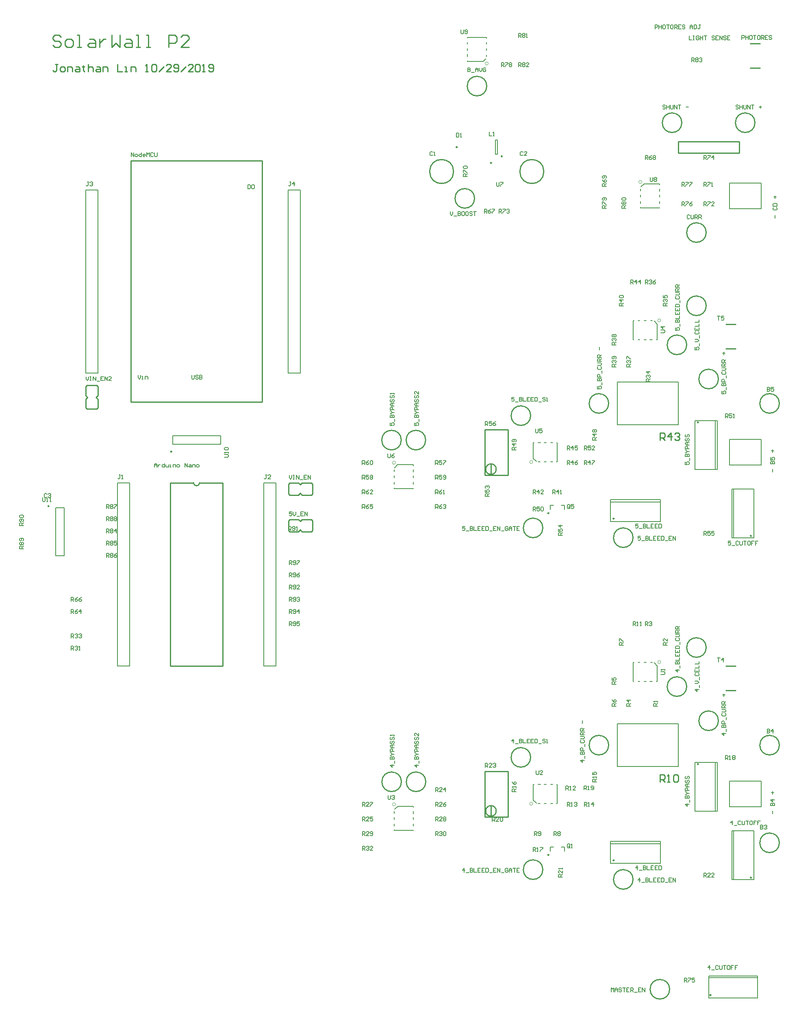
<source format=gto>
G04 Layer_Color=15132400*
%FSLAX25Y25*%
%MOIN*%
G70*
G01*
G75*
%ADD27C,0.01000*%
%ADD57C,0.00984*%
%ADD58C,0.00000*%
%ADD59C,0.00787*%
%ADD60C,0.00500*%
%ADD61C,0.00800*%
D27*
X1718000Y500000D02*
G03*
X1718000Y500000I-8000J0D01*
G01*
Y580000D02*
G03*
X1718000Y580000I-8000J0D01*
G01*
Y860000D02*
G03*
X1718000Y860000I-8000J0D01*
G01*
X1478000Y1120000D02*
G03*
X1478000Y1120000I-8000J0D01*
G01*
X1642000Y908000D02*
G03*
X1642000Y908000I-8000J0D01*
G01*
Y628000D02*
G03*
X1642000Y628000I-8000J0D01*
G01*
X1524000Y758000D02*
G03*
X1524000Y758000I-8000J0D01*
G01*
Y478000D02*
G03*
X1524000Y478000I-8000J0D01*
G01*
X1598000Y750000D02*
G03*
X1598000Y750000I-8000J0D01*
G01*
Y470000D02*
G03*
X1598000Y470000I-8000J0D01*
G01*
X1514000Y850000D02*
G03*
X1514000Y850000I-8000J0D01*
G01*
Y570000D02*
G03*
X1514000Y570000I-8000J0D01*
G01*
X1668000Y880000D02*
G03*
X1668000Y880000I-8000J0D01*
G01*
Y600000D02*
G03*
X1668000Y600000I-8000J0D01*
G01*
X1578000Y860000D02*
G03*
X1578000Y860000I-8000J0D01*
G01*
Y580000D02*
G03*
X1578000Y580000I-8000J0D01*
G01*
X1407901Y829945D02*
G03*
X1407901Y829945I-8000J0D01*
G01*
X1408000Y550000D02*
G03*
X1408000Y550000I-8000J0D01*
G01*
X1427901Y829945D02*
G03*
X1427901Y829945I-8000J0D01*
G01*
X1428000Y550000D02*
G03*
X1428000Y550000I-8000J0D01*
G01*
X1450842Y1050000D02*
G03*
X1450842Y1050000I-9843J0D01*
G01*
X1524842D02*
G03*
X1524842Y1050000I-9843J0D01*
G01*
X1658000Y1000000D02*
G03*
X1658000Y1000000I-8000J0D01*
G01*
X1628000Y380000D02*
G03*
X1628000Y380000I-8000J0D01*
G01*
X1485783Y526083D02*
G03*
X1485783Y526083I-4311J0D01*
G01*
Y806083D02*
G03*
X1485783Y806083I-4311J0D01*
G01*
X1698000Y1090000D02*
G03*
X1698000Y1090000I-8000J0D01*
G01*
X1638000D02*
G03*
X1638000Y1090000I-8000J0D01*
G01*
X1468000Y1028000D02*
G03*
X1468000Y1028000I-8000J0D01*
G01*
X1658000Y940000D02*
G03*
X1658000Y940000I-8000J0D01*
G01*
Y660000D02*
G03*
X1658000Y660000I-8000J0D01*
G01*
X1237500Y795000D02*
G03*
X1242500Y795000I2500J0D01*
G01*
X1335000Y756000D02*
Y760000D01*
X1334000Y755000D02*
X1335000Y756000D01*
X1326500Y755000D02*
X1334000D01*
X1325000Y756500D02*
X1326500Y755000D01*
X1323500D02*
X1325000Y756500D01*
X1316500Y755000D02*
X1323500D01*
X1316500Y765000D02*
X1323500D01*
X1325000Y763500D01*
X1326500Y765000D01*
X1334000D01*
X1335000Y764000D01*
Y760000D02*
Y764000D01*
X1315500Y756000D02*
X1316500Y755000D01*
X1315500Y756000D02*
Y764000D01*
X1316500Y765000D01*
X1335000Y786000D02*
Y790000D01*
X1334000Y785000D02*
X1335000Y786000D01*
X1326500Y785000D02*
X1334000D01*
X1325000Y786500D02*
X1326500Y785000D01*
X1323500D02*
X1325000Y786500D01*
X1316500Y785000D02*
X1323500D01*
X1316500Y795000D02*
X1323500D01*
X1325000Y793500D01*
X1326500Y795000D01*
X1334000D01*
X1335000Y794000D01*
Y790000D02*
Y794000D01*
X1315500Y786000D02*
X1316500Y785000D01*
X1315500Y786000D02*
Y794000D01*
X1316500Y795000D01*
X1149000Y856500D02*
X1150000Y855500D01*
X1158000D01*
X1159000Y856500D01*
X1150000Y875000D02*
X1154000D01*
X1149000Y874000D02*
X1150000Y875000D01*
X1149000Y866500D02*
Y874000D01*
Y866500D02*
X1150500Y865000D01*
X1149000Y863500D02*
X1150500Y865000D01*
X1149000Y856500D02*
Y863500D01*
X1159000Y856500D02*
Y863500D01*
X1157500Y865000D02*
X1159000Y863500D01*
X1157500Y865000D02*
X1159000Y866500D01*
Y874000D01*
X1158000Y875000D02*
X1159000Y874000D01*
X1154000Y875000D02*
X1158000D01*
X1694000Y1135000D02*
X1702000D01*
X1694000Y1155000D02*
X1702000D01*
X1476472Y521083D02*
Y558602D01*
X1495488D01*
X1476472Y521083D02*
X1495488D01*
Y558602D01*
X1481394Y522067D02*
Y530394D01*
X1476472Y801083D02*
Y838602D01*
X1495488D01*
X1476472Y801083D02*
X1495488D01*
Y838602D01*
X1481394Y802067D02*
Y810394D01*
X1635000Y1065275D02*
Y1074500D01*
Y1065275D02*
X1685000D01*
Y1074500D01*
X1635000D02*
X1685000D01*
X1674000Y905000D02*
X1682000D01*
X1674000Y925000D02*
X1682000D01*
X1674000Y625000D02*
X1682000D01*
X1674000Y645000D02*
X1682000D01*
X1218500Y795000D02*
X1237500D01*
X1242500D02*
X1261500D01*
Y645000D02*
Y795000D01*
X1218500Y645000D02*
X1261500D01*
X1218500D02*
Y795000D01*
X1186063Y861063D02*
X1293937D01*
X1186063Y1058937D02*
X1293937D01*
Y861063D02*
Y1058937D01*
X1186063Y861063D02*
Y1058937D01*
X1620000Y830000D02*
Y835998D01*
X1622999D01*
X1623999Y834998D01*
Y832999D01*
X1622999Y831999D01*
X1620000D01*
X1621999D02*
X1623999Y830000D01*
X1628997D02*
Y835998D01*
X1625998Y832999D01*
X1629997D01*
X1631996Y834998D02*
X1632996Y835998D01*
X1634995D01*
X1635995Y834998D01*
Y833999D01*
X1634995Y832999D01*
X1633995D01*
X1634995D01*
X1635995Y831999D01*
Y831000D01*
X1634995Y830000D01*
X1632996D01*
X1631996Y831000D01*
X1620000Y550000D02*
Y555998D01*
X1622999D01*
X1623999Y554998D01*
Y552999D01*
X1622999Y551999D01*
X1620000D01*
X1621999D02*
X1623999Y550000D01*
X1625998D02*
X1627997D01*
X1626998D01*
Y555998D01*
X1625998Y554998D01*
X1630996D02*
X1631996Y555998D01*
X1633995D01*
X1634995Y554998D01*
Y551000D01*
X1633995Y550000D01*
X1631996D01*
X1630996Y551000D01*
Y554998D01*
X1125999Y1137998D02*
X1123999D01*
X1124999D01*
Y1133000D01*
X1123999Y1132000D01*
X1123000D01*
X1122000Y1133000D01*
X1128998Y1132000D02*
X1130997D01*
X1131997Y1133000D01*
Y1134999D01*
X1130997Y1135999D01*
X1128998D01*
X1127998Y1134999D01*
Y1133000D01*
X1128998Y1132000D01*
X1133996D02*
Y1135999D01*
X1136995D01*
X1137995Y1134999D01*
Y1132000D01*
X1140994Y1135999D02*
X1142993D01*
X1143993Y1134999D01*
Y1132000D01*
X1140994D01*
X1139994Y1133000D01*
X1140994Y1133999D01*
X1143993D01*
X1146992Y1136998D02*
Y1135999D01*
X1145992D01*
X1147992D01*
X1146992D01*
Y1133000D01*
X1147992Y1132000D01*
X1150991Y1137998D02*
Y1132000D01*
Y1134999D01*
X1151990Y1135999D01*
X1153990D01*
X1154989Y1134999D01*
Y1132000D01*
X1157988Y1135999D02*
X1159988D01*
X1160987Y1134999D01*
Y1132000D01*
X1157988D01*
X1156989Y1133000D01*
X1157988Y1133999D01*
X1160987D01*
X1162987Y1132000D02*
Y1135999D01*
X1165986D01*
X1166985Y1134999D01*
Y1132000D01*
X1174983Y1137998D02*
Y1132000D01*
X1178982D01*
X1180981D02*
X1182980D01*
X1181981D01*
Y1135999D01*
X1180981D01*
X1185979Y1132000D02*
Y1135999D01*
X1188978D01*
X1189978Y1134999D01*
Y1132000D01*
X1197975D02*
X1199975D01*
X1198975D01*
Y1137998D01*
X1197975Y1136998D01*
X1202974D02*
X1203973Y1137998D01*
X1205973D01*
X1206973Y1136998D01*
Y1133000D01*
X1205973Y1132000D01*
X1203973D01*
X1202974Y1133000D01*
Y1136998D01*
X1208972Y1132000D02*
X1212971Y1135999D01*
X1218969Y1132000D02*
X1214970D01*
X1218969Y1135999D01*
Y1136998D01*
X1217969Y1137998D01*
X1215970D01*
X1214970Y1136998D01*
X1220968Y1133000D02*
X1221968Y1132000D01*
X1223967D01*
X1224967Y1133000D01*
Y1136998D01*
X1223967Y1137998D01*
X1221968D01*
X1220968Y1136998D01*
Y1135999D01*
X1221968Y1134999D01*
X1224967D01*
X1226966Y1132000D02*
X1230965Y1135999D01*
X1236963Y1132000D02*
X1232964D01*
X1236963Y1135999D01*
Y1136998D01*
X1235963Y1137998D01*
X1233964D01*
X1232964Y1136998D01*
X1238962D02*
X1239962Y1137998D01*
X1241961D01*
X1242961Y1136998D01*
Y1133000D01*
X1241961Y1132000D01*
X1239962D01*
X1238962Y1133000D01*
Y1136998D01*
X1244960Y1132000D02*
X1246960D01*
X1245960D01*
Y1137998D01*
X1244960Y1136998D01*
X1249959Y1133000D02*
X1250958Y1132000D01*
X1252958D01*
X1253957Y1133000D01*
Y1136998D01*
X1252958Y1137998D01*
X1250958D01*
X1249959Y1136998D01*
Y1135999D01*
X1250958Y1134999D01*
X1253957D01*
X1128664Y1160331D02*
X1126998Y1161997D01*
X1123666D01*
X1122000Y1160331D01*
Y1158665D01*
X1123666Y1156998D01*
X1126998D01*
X1128664Y1155332D01*
Y1153666D01*
X1126998Y1152000D01*
X1123666D01*
X1122000Y1153666D01*
X1133663Y1152000D02*
X1136995D01*
X1138661Y1153666D01*
Y1156998D01*
X1136995Y1158665D01*
X1133663D01*
X1131997Y1156998D01*
Y1153666D01*
X1133663Y1152000D01*
X1141994D02*
X1145326D01*
X1143660D01*
Y1161997D01*
X1141994D01*
X1151990Y1158665D02*
X1155323D01*
X1156989Y1156998D01*
Y1152000D01*
X1151990D01*
X1150324Y1153666D01*
X1151990Y1155332D01*
X1156989D01*
X1160321Y1158665D02*
Y1152000D01*
Y1155332D01*
X1161987Y1156998D01*
X1163653Y1158665D01*
X1165319D01*
X1170318Y1161997D02*
Y1152000D01*
X1173650Y1155332D01*
X1176982Y1152000D01*
Y1161997D01*
X1181981Y1158665D02*
X1185313D01*
X1186979Y1156998D01*
Y1152000D01*
X1181981D01*
X1180315Y1153666D01*
X1181981Y1155332D01*
X1186979D01*
X1190311Y1152000D02*
X1193643D01*
X1191977D01*
Y1161997D01*
X1190311D01*
X1198642Y1152000D02*
X1201974D01*
X1200308D01*
Y1161997D01*
X1198642D01*
X1216969Y1152000D02*
Y1161997D01*
X1221968D01*
X1223634Y1160331D01*
Y1156998D01*
X1221968Y1155332D01*
X1216969D01*
X1233631Y1152000D02*
X1226966D01*
X1233631Y1158665D01*
Y1160331D01*
X1231964Y1161997D01*
X1228632D01*
X1226966Y1160331D01*
D57*
X1119043Y775846D02*
G03*
X1119043Y775846I-492J0D01*
G01*
X1219646Y820551D02*
G03*
X1219646Y820551I-492J0D01*
G01*
X1661988Y375276D02*
G03*
X1661988Y375276I-492J0D01*
G01*
X1453815Y1070000D02*
G03*
X1453815Y1070000I-492J0D01*
G01*
X1490823Y1062520D02*
G03*
X1490823Y1062520I-492J0D01*
G01*
X1529012Y490063D02*
G03*
X1529012Y490063I-492J0D01*
G01*
X1582579Y485669D02*
G03*
X1582579Y485669I-492J0D01*
G01*
X1529012Y770063D02*
G03*
X1529012Y770063I-492J0D01*
G01*
X1582579Y765669D02*
G03*
X1582579Y765669I-492J0D01*
G01*
X1481965Y1057087D02*
G03*
X1481965Y1057087I-492J0D01*
G01*
X1651768Y564504D02*
G03*
X1651768Y564504I-492J0D01*
G01*
X1695217Y471496D02*
G03*
X1695217Y471496I-492J0D01*
G01*
X1651768Y844504D02*
G03*
X1651768Y844504I-492J0D01*
G01*
X1695217Y751496D02*
G03*
X1695217Y751496I-492J0D01*
G01*
D58*
X1620800Y648000D02*
G03*
X1620800Y648000I-1300J0D01*
G01*
X1515800Y532000D02*
G03*
X1515800Y532000I-1300J0D01*
G01*
X1403300Y531500D02*
G03*
X1403300Y531500I-1300J0D01*
G01*
X1620800Y928000D02*
G03*
X1620800Y928000I-1300J0D01*
G01*
X1515800Y812000D02*
G03*
X1515800Y812000I-1300J0D01*
G01*
X1403201Y811445D02*
G03*
X1403201Y811445I-1300J0D01*
G01*
X1605300Y1041500D02*
G03*
X1605300Y1041500I-1300J0D01*
G01*
X1479300Y1138500D02*
G03*
X1479300Y1138500I-1300J0D01*
G01*
D59*
X1124457Y735315D02*
Y774685D01*
X1131543Y735315D02*
Y774685D01*
X1124457D02*
X1131543D01*
X1124457Y735315D02*
X1131543D01*
X1220315Y826457D02*
X1259685D01*
X1220315Y833543D02*
X1259685D01*
X1220315Y826457D02*
Y833543D01*
X1259685Y826457D02*
Y833543D01*
X1585000Y842500D02*
Y877500D01*
X1635000D01*
Y842500D02*
Y877500D01*
X1585000Y842500D02*
X1635000D01*
X1585000Y562500D02*
Y597500D01*
X1635000D01*
Y562500D02*
Y597500D01*
X1585000Y562500D02*
X1635000D01*
X1700000Y372716D02*
Y391000D01*
X1660000Y372716D02*
Y391000D01*
Y372716D02*
X1700000D01*
X1660000Y391000D02*
X1700000D01*
X1660000Y389500D02*
X1700000D01*
X1677000Y1040500D02*
X1703000D01*
X1677000Y1019500D02*
X1703000D01*
X1677000D02*
Y1040500D01*
X1703000Y1019500D02*
Y1040500D01*
X1677000Y809500D02*
X1703000D01*
X1677000Y830500D02*
X1703000D01*
Y809500D02*
Y830500D01*
X1677000Y809500D02*
Y830500D01*
Y529500D02*
X1703000D01*
X1677000Y550500D02*
X1703000D01*
Y529500D02*
Y550500D01*
X1677000Y529500D02*
Y550500D01*
X1485213Y1064095D02*
X1486787D01*
X1485213Y1075906D02*
X1486787D01*
X1485213Y1064095D02*
Y1075906D01*
X1486787Y1064095D02*
Y1075906D01*
X1530252Y493350D02*
Y496559D01*
X1532850D01*
X1541748Y493350D02*
Y496559D01*
X1539150D02*
X1541748D01*
X1579528Y499252D02*
X1620473D01*
X1579528Y483110D02*
Y501221D01*
X1579528Y483110D02*
X1620473D01*
Y501221D01*
X1579528D02*
X1620473D01*
X1530252Y773350D02*
Y776559D01*
X1532850D01*
X1541748Y773350D02*
Y776559D01*
X1539150D02*
X1541748D01*
X1579528Y779252D02*
X1620473D01*
X1579528Y763110D02*
Y781220D01*
X1579528Y763110D02*
X1620473D01*
Y781220D01*
X1579528D02*
X1620473D01*
X1665500Y526000D02*
Y566000D01*
X1667000Y526000D02*
Y566000D01*
X1648717Y526000D02*
Y566000D01*
X1667000D01*
X1648717Y526000D02*
X1667000D01*
X1680500Y470000D02*
Y510000D01*
X1679000Y470000D02*
Y510000D01*
X1697284Y470000D02*
Y510000D01*
X1679000Y470000D02*
X1697284D01*
X1679000Y510000D02*
X1697284D01*
X1665500Y806000D02*
Y846000D01*
X1667000Y806000D02*
Y846000D01*
X1648717Y806000D02*
Y846000D01*
X1667000D01*
X1648717Y806000D02*
X1667000D01*
X1680500Y750000D02*
Y790000D01*
X1679000Y750000D02*
Y790000D01*
X1697284Y750000D02*
Y790000D01*
X1679000Y750000D02*
X1697284D01*
X1679000Y790000D02*
X1697284D01*
D60*
X1598100Y632100D02*
Y647874D01*
X1615358Y647480D02*
X1617842Y644996D01*
Y632100D02*
Y644996D01*
X1598100Y632100D02*
X1598500D01*
X1602000D02*
X1603600D01*
X1607200D02*
X1608787D01*
X1611937D02*
X1613906D01*
X1617055D02*
X1617842D01*
X1612331Y647874D02*
X1613906D01*
X1607200D02*
X1608787D01*
X1602000D02*
X1603600D01*
X1598100D02*
X1598900D01*
X1535900Y532126D02*
Y547900D01*
X1516158Y535004D02*
X1518642Y532520D01*
X1516158Y535004D02*
Y547900D01*
X1535500D02*
X1535900D01*
X1530400D02*
X1532000D01*
X1525213D02*
X1526800D01*
X1520094D02*
X1522063D01*
X1516158D02*
X1516945D01*
X1520094Y532126D02*
X1521669D01*
X1525213D02*
X1526800D01*
X1530400D02*
X1532000D01*
X1535100D02*
X1535900D01*
X1402126Y510100D02*
X1417900D01*
X1402520Y527358D02*
X1405004Y529843D01*
X1417900D01*
Y510100D02*
Y510500D01*
Y514000D02*
Y515600D01*
Y519200D02*
Y520787D01*
Y523937D02*
Y525906D01*
Y529055D02*
Y529843D01*
X1402126Y524331D02*
Y525906D01*
Y519200D02*
Y520787D01*
Y514000D02*
Y515600D01*
Y510100D02*
Y510900D01*
X1598100Y912100D02*
Y927874D01*
X1615358Y927480D02*
X1617842Y924996D01*
Y912100D02*
Y924996D01*
X1598100Y912100D02*
X1598500D01*
X1602000D02*
X1603600D01*
X1607200D02*
X1608787D01*
X1611937D02*
X1613906D01*
X1617055D02*
X1617842D01*
X1612331Y927874D02*
X1613906D01*
X1607200D02*
X1608787D01*
X1602000D02*
X1603600D01*
X1598100D02*
X1598900D01*
X1535900Y812126D02*
Y827900D01*
X1516158Y815004D02*
X1518642Y812520D01*
X1516158Y815004D02*
Y827900D01*
X1535500D02*
X1535900D01*
X1530400D02*
X1532000D01*
X1525213D02*
X1526800D01*
X1520094D02*
X1522063D01*
X1516158D02*
X1516945D01*
X1520094Y812126D02*
X1521669D01*
X1525213D02*
X1526800D01*
X1530400D02*
X1532000D01*
X1535100D02*
X1535900D01*
X1402027Y790045D02*
X1417801D01*
X1402421Y807303D02*
X1404905Y809787D01*
X1417801D01*
Y790045D02*
Y790445D01*
Y793945D02*
Y795545D01*
Y799145D02*
Y800732D01*
Y803882D02*
Y805850D01*
Y809000D02*
Y809787D01*
X1402027Y804275D02*
Y805850D01*
Y799145D02*
Y800732D01*
Y793945D02*
Y795545D01*
Y790045D02*
Y790845D01*
X1604126Y1020100D02*
X1619900D01*
X1604520Y1037358D02*
X1607004Y1039843D01*
X1619900D01*
Y1020100D02*
Y1020500D01*
Y1024000D02*
Y1025600D01*
Y1029200D02*
Y1030787D01*
Y1033937D02*
Y1035905D01*
Y1039055D02*
Y1039843D01*
X1604126Y1034331D02*
Y1035905D01*
Y1029200D02*
Y1030787D01*
Y1024000D02*
Y1025600D01*
Y1020100D02*
Y1020900D01*
X1462100Y1159900D02*
X1477874D01*
X1474996Y1140158D02*
X1477480Y1142642D01*
X1462100Y1140158D02*
X1474996D01*
X1462100Y1159500D02*
Y1159900D01*
Y1154400D02*
Y1156000D01*
Y1149213D02*
Y1150800D01*
Y1144094D02*
Y1146063D01*
Y1140158D02*
Y1140945D01*
X1477874Y1144094D02*
Y1145669D01*
Y1149213D02*
Y1150800D01*
Y1154400D02*
Y1156000D01*
Y1159100D02*
Y1159900D01*
D61*
X1315000Y885000D02*
X1325000D01*
X1315000D02*
Y1035000D01*
X1325000D01*
Y885000D02*
Y1035000D01*
X1149000D02*
X1159000D01*
Y885000D02*
Y1035000D01*
X1149000Y885000D02*
X1159000D01*
X1149000D02*
Y1035000D01*
X1295000Y645000D02*
X1305000D01*
X1295000D02*
Y795000D01*
X1305000D01*
Y645000D02*
Y795000D01*
X1175000D02*
X1185000D01*
Y645000D02*
Y795000D01*
X1175000Y645000D02*
X1185000D01*
X1175000D02*
Y795000D01*
X1318133Y771199D02*
X1316000D01*
Y769599D01*
X1317066Y770133D01*
X1317599D01*
X1318133Y769599D01*
Y768533D01*
X1317599Y768000D01*
X1316533D01*
X1316000Y768533D01*
X1319199Y771199D02*
Y769066D01*
X1320265Y768000D01*
X1321332Y769066D01*
Y771199D01*
X1322398Y767467D02*
X1324531D01*
X1327730Y771199D02*
X1325597D01*
Y768000D01*
X1327730D01*
X1325597Y769599D02*
X1326663D01*
X1328796Y768000D02*
Y771199D01*
X1330929Y768000D01*
Y771199D01*
X1316000Y801199D02*
Y799066D01*
X1317066Y798000D01*
X1318133Y799066D01*
Y801199D01*
X1319199D02*
X1320265D01*
X1319732D01*
Y798000D01*
X1319199D01*
X1320265D01*
X1321865D02*
Y801199D01*
X1323997Y798000D01*
Y801199D01*
X1325064Y797467D02*
X1327196D01*
X1330395Y801199D02*
X1328263D01*
Y798000D01*
X1330395D01*
X1328263Y799600D02*
X1329329D01*
X1331462Y798000D02*
Y801199D01*
X1333594Y798000D01*
Y801199D01*
X1098000Y760000D02*
X1094801D01*
Y761599D01*
X1095334Y762133D01*
X1096401D01*
X1096934Y761599D01*
Y760000D01*
Y761066D02*
X1098000Y762133D01*
X1097467Y763199D02*
X1098000Y763732D01*
Y764798D01*
X1097467Y765332D01*
X1095334D01*
X1094801Y764798D01*
Y763732D01*
X1095334Y763199D01*
X1095867D01*
X1096401Y763732D01*
Y765332D01*
X1095334Y766398D02*
X1094801Y766931D01*
Y767997D01*
X1095334Y768531D01*
X1097467D01*
X1098000Y767997D01*
Y766931D01*
X1097467Y766398D01*
X1095334D01*
X1316000Y678000D02*
Y681199D01*
X1317599D01*
X1318133Y680666D01*
Y679600D01*
X1317599Y679066D01*
X1316000D01*
X1317066D02*
X1318133Y678000D01*
X1319199Y678533D02*
X1319732Y678000D01*
X1320798D01*
X1321332Y678533D01*
Y680666D01*
X1320798Y681199D01*
X1319732D01*
X1319199Y680666D01*
Y680133D01*
X1319732Y679600D01*
X1321332D01*
X1324531Y681199D02*
X1322398D01*
Y679600D01*
X1323464Y680133D01*
X1323997D01*
X1324531Y679600D01*
Y678533D01*
X1323997Y678000D01*
X1322931D01*
X1322398Y678533D01*
X1316000Y688000D02*
Y691199D01*
X1317599D01*
X1318133Y690666D01*
Y689600D01*
X1317599Y689066D01*
X1316000D01*
X1317066D02*
X1318133Y688000D01*
X1319199Y688533D02*
X1319732Y688000D01*
X1320798D01*
X1321332Y688533D01*
Y690666D01*
X1320798Y691199D01*
X1319732D01*
X1319199Y690666D01*
Y690133D01*
X1319732Y689600D01*
X1321332D01*
X1323997Y688000D02*
Y691199D01*
X1322398Y689600D01*
X1324531D01*
X1316000Y698000D02*
Y701199D01*
X1317599D01*
X1318133Y700666D01*
Y699600D01*
X1317599Y699066D01*
X1316000D01*
X1317066D02*
X1318133Y698000D01*
X1319199Y698533D02*
X1319732Y698000D01*
X1320798D01*
X1321332Y698533D01*
Y700666D01*
X1320798Y701199D01*
X1319732D01*
X1319199Y700666D01*
Y700133D01*
X1319732Y699600D01*
X1321332D01*
X1322398Y700666D02*
X1322931Y701199D01*
X1323997D01*
X1324531Y700666D01*
Y700133D01*
X1323997Y699600D01*
X1323464D01*
X1323997D01*
X1324531Y699066D01*
Y698533D01*
X1323997Y698000D01*
X1322931D01*
X1322398Y698533D01*
X1316000Y708000D02*
Y711199D01*
X1317599D01*
X1318133Y710666D01*
Y709599D01*
X1317599Y709066D01*
X1316000D01*
X1317066D02*
X1318133Y708000D01*
X1319199Y708533D02*
X1319732Y708000D01*
X1320798D01*
X1321332Y708533D01*
Y710666D01*
X1320798Y711199D01*
X1319732D01*
X1319199Y710666D01*
Y710133D01*
X1319732Y709599D01*
X1321332D01*
X1324531Y708000D02*
X1322398D01*
X1324531Y710133D01*
Y710666D01*
X1323997Y711199D01*
X1322931D01*
X1322398Y710666D01*
X1316000Y718000D02*
Y721199D01*
X1317599D01*
X1318133Y720666D01*
Y719599D01*
X1317599Y719066D01*
X1316000D01*
X1317066D02*
X1318133Y718000D01*
X1319199Y718533D02*
X1319732Y718000D01*
X1320798D01*
X1321332Y718533D01*
Y720666D01*
X1320798Y721199D01*
X1319732D01*
X1319199Y720666D01*
Y720133D01*
X1319732Y719599D01*
X1321332D01*
X1324531Y721199D02*
X1323464Y720666D01*
X1322398Y719599D01*
Y718533D01*
X1322931Y718000D01*
X1323997D01*
X1324531Y718533D01*
Y719066D01*
X1323997Y719599D01*
X1322398D01*
X1316000Y728000D02*
Y731199D01*
X1317599D01*
X1318133Y730666D01*
Y729600D01*
X1317599Y729066D01*
X1316000D01*
X1317066D02*
X1318133Y728000D01*
X1319199Y728533D02*
X1319732Y728000D01*
X1320798D01*
X1321332Y728533D01*
Y730666D01*
X1320798Y731199D01*
X1319732D01*
X1319199Y730666D01*
Y730133D01*
X1319732Y729600D01*
X1321332D01*
X1322398Y731199D02*
X1324531D01*
Y730666D01*
X1322398Y728533D01*
Y728000D01*
X1149300Y881999D02*
Y879866D01*
X1150366Y878800D01*
X1151433Y879866D01*
Y881999D01*
X1152499D02*
X1153565D01*
X1153032D01*
Y878800D01*
X1152499D01*
X1153565D01*
X1155165D02*
Y881999D01*
X1157297Y878800D01*
Y881999D01*
X1158364Y878267D02*
X1160496D01*
X1163695Y881999D02*
X1161563D01*
Y878800D01*
X1163695D01*
X1161563Y880400D02*
X1162629D01*
X1164762Y878800D02*
Y881999D01*
X1166894Y878800D01*
Y881999D01*
X1170093Y878800D02*
X1167961D01*
X1170093Y880933D01*
Y881466D01*
X1169560Y881999D01*
X1168494D01*
X1167961Y881466D01*
X1113800Y782799D02*
Y780133D01*
X1114333Y779600D01*
X1115399D01*
X1115933Y780133D01*
Y782799D01*
X1116999Y779600D02*
X1118065D01*
X1117532D01*
Y782799D01*
X1116999Y782266D01*
X1119665Y779600D02*
X1120731D01*
X1120198D01*
Y782799D01*
X1119665Y782266D01*
X1315400Y755900D02*
Y759099D01*
X1317000D01*
X1317533Y758566D01*
Y757500D01*
X1317000Y756966D01*
X1315400D01*
X1316466D02*
X1317533Y755900D01*
X1318599Y756433D02*
X1319132Y755900D01*
X1320199D01*
X1320732Y756433D01*
Y758566D01*
X1320199Y759099D01*
X1319132D01*
X1318599Y758566D01*
Y758033D01*
X1319132Y757500D01*
X1320732D01*
X1321798Y755900D02*
X1322864D01*
X1322331D01*
Y759099D01*
X1321798Y758566D01*
X1660900Y396300D02*
Y399499D01*
X1659300Y397900D01*
X1661433D01*
X1662499Y395767D02*
X1664632D01*
X1667831Y398966D02*
X1667297Y399499D01*
X1666231D01*
X1665698Y398966D01*
Y396833D01*
X1666231Y396300D01*
X1667297D01*
X1667831Y396833D01*
X1668897Y399499D02*
Y396833D01*
X1669430Y396300D01*
X1670496D01*
X1671030Y396833D01*
Y399499D01*
X1672096D02*
X1674228D01*
X1673162D01*
Y396300D01*
X1676894Y399499D02*
X1675828D01*
X1675295Y398966D01*
Y396833D01*
X1675828Y396300D01*
X1676894D01*
X1677427Y396833D01*
Y398966D01*
X1676894Y399499D01*
X1680626D02*
X1678494D01*
Y397900D01*
X1679560D01*
X1678494D01*
Y396300D01*
X1683825Y399499D02*
X1681693D01*
Y397900D01*
X1682759D01*
X1681693D01*
Y396300D01*
X1166000Y754000D02*
Y757199D01*
X1167599D01*
X1168133Y756666D01*
Y755599D01*
X1167599Y755066D01*
X1166000D01*
X1167066D02*
X1168133Y754000D01*
X1169199Y756666D02*
X1169732Y757199D01*
X1170798D01*
X1171332Y756666D01*
Y756133D01*
X1170798Y755599D01*
X1171332Y755066D01*
Y754533D01*
X1170798Y754000D01*
X1169732D01*
X1169199Y754533D01*
Y755066D01*
X1169732Y755599D01*
X1169199Y756133D01*
Y756666D01*
X1169732Y755599D02*
X1170798D01*
X1173997Y754000D02*
Y757199D01*
X1172398Y755599D01*
X1174531D01*
X1166000Y744000D02*
Y747199D01*
X1167599D01*
X1168133Y746666D01*
Y745600D01*
X1167599Y745066D01*
X1166000D01*
X1167066D02*
X1168133Y744000D01*
X1169199Y746666D02*
X1169732Y747199D01*
X1170798D01*
X1171332Y746666D01*
Y746133D01*
X1170798Y745600D01*
X1171332Y745066D01*
Y744533D01*
X1170798Y744000D01*
X1169732D01*
X1169199Y744533D01*
Y745066D01*
X1169732Y745600D01*
X1169199Y746133D01*
Y746666D01*
X1169732Y745600D02*
X1170798D01*
X1174531Y747199D02*
X1172398D01*
Y745600D01*
X1173464Y746133D01*
X1173997D01*
X1174531Y745600D01*
Y744533D01*
X1173997Y744000D01*
X1172931D01*
X1172398Y744533D01*
X1166000Y734000D02*
Y737199D01*
X1167599D01*
X1168133Y736666D01*
Y735600D01*
X1167599Y735066D01*
X1166000D01*
X1167066D02*
X1168133Y734000D01*
X1169199Y736666D02*
X1169732Y737199D01*
X1170798D01*
X1171332Y736666D01*
Y736133D01*
X1170798Y735600D01*
X1171332Y735066D01*
Y734533D01*
X1170798Y734000D01*
X1169732D01*
X1169199Y734533D01*
Y735066D01*
X1169732Y735600D01*
X1169199Y736133D01*
Y736666D01*
X1169732Y735600D02*
X1170798D01*
X1174531Y737199D02*
X1173464Y736666D01*
X1172398Y735600D01*
Y734533D01*
X1172931Y734000D01*
X1173997D01*
X1174531Y734533D01*
Y735066D01*
X1173997Y735600D01*
X1172398D01*
X1098000Y741000D02*
X1094801D01*
Y742599D01*
X1095334Y743133D01*
X1096401D01*
X1096934Y742599D01*
Y741000D01*
Y742066D02*
X1098000Y743133D01*
X1095334Y744199D02*
X1094801Y744732D01*
Y745798D01*
X1095334Y746332D01*
X1095867D01*
X1096401Y745798D01*
X1096934Y746332D01*
X1097467D01*
X1098000Y745798D01*
Y744732D01*
X1097467Y744199D01*
X1096934D01*
X1096401Y744732D01*
X1095867Y744199D01*
X1095334D01*
X1096401Y744732D02*
Y745798D01*
X1097467Y747398D02*
X1098000Y747931D01*
Y748997D01*
X1097467Y749531D01*
X1095334D01*
X1094801Y748997D01*
Y747931D01*
X1095334Y747398D01*
X1095867D01*
X1096401Y747931D01*
Y749531D01*
X1714400Y1012000D02*
Y1014133D01*
X1713334Y1020531D02*
X1712801Y1019997D01*
Y1018931D01*
X1713334Y1018398D01*
X1715467D01*
X1716000Y1018931D01*
Y1019997D01*
X1715467Y1020531D01*
X1712801Y1021597D02*
X1716000D01*
Y1023196D01*
X1715467Y1023730D01*
X1713334D01*
X1712801Y1023196D01*
Y1021597D01*
X1714400Y1027995D02*
Y1030128D01*
X1713334Y1029061D02*
X1715467D01*
X1712400Y804000D02*
Y806133D01*
X1710801Y810398D02*
X1714000D01*
Y811997D01*
X1713467Y812531D01*
X1712934D01*
X1712400Y811997D01*
Y810398D01*
Y811997D01*
X1711867Y812531D01*
X1711334D01*
X1710801Y811997D01*
Y810398D01*
Y815730D02*
Y813597D01*
X1712400D01*
X1711867Y814663D01*
Y815196D01*
X1712400Y815730D01*
X1713467D01*
X1714000Y815196D01*
Y814130D01*
X1713467Y813597D01*
X1712400Y819995D02*
Y822128D01*
X1711334Y821061D02*
X1713467D01*
X1712400Y524000D02*
Y526133D01*
X1710801Y530398D02*
X1714000D01*
Y531997D01*
X1713467Y532531D01*
X1712934D01*
X1712400Y531997D01*
Y530398D01*
Y531997D01*
X1711867Y532531D01*
X1711334D01*
X1710801Y531997D01*
Y530398D01*
X1714000Y535196D02*
X1710801D01*
X1712400Y533597D01*
Y535730D01*
Y539995D02*
Y542128D01*
X1711334Y541061D02*
X1713467D01*
X1702300Y514499D02*
Y511300D01*
X1703900D01*
X1704433Y511833D01*
Y512366D01*
X1703900Y512899D01*
X1702300D01*
X1703900D01*
X1704433Y513433D01*
Y513966D01*
X1703900Y514499D01*
X1702300D01*
X1705499Y513966D02*
X1706032Y514499D01*
X1707098D01*
X1707632Y513966D01*
Y513433D01*
X1707098Y512899D01*
X1706565D01*
X1707098D01*
X1707632Y512366D01*
Y511833D01*
X1707098Y511300D01*
X1706032D01*
X1705499Y511833D01*
X1708000Y593199D02*
Y590000D01*
X1709599D01*
X1710133Y590533D01*
Y591066D01*
X1709599Y591600D01*
X1708000D01*
X1709599D01*
X1710133Y592133D01*
Y592666D01*
X1709599Y593199D01*
X1708000D01*
X1712798Y590000D02*
Y593199D01*
X1711199Y591600D01*
X1713332D01*
X1708000Y873199D02*
Y870000D01*
X1709599D01*
X1710133Y870533D01*
Y871066D01*
X1709599Y871599D01*
X1708000D01*
X1709599D01*
X1710133Y872133D01*
Y872666D01*
X1709599Y873199D01*
X1708000D01*
X1713332D02*
X1711199D01*
Y871599D01*
X1712265Y872133D01*
X1712798D01*
X1713332Y871599D01*
Y870533D01*
X1712798Y870000D01*
X1711732D01*
X1711199Y870533D01*
X1462300Y1134999D02*
Y1131800D01*
X1463900D01*
X1464433Y1132333D01*
Y1132866D01*
X1463900Y1133399D01*
X1462300D01*
X1463900D01*
X1464433Y1133933D01*
Y1134466D01*
X1463900Y1134999D01*
X1462300D01*
X1465499Y1131267D02*
X1467632D01*
X1468698Y1131800D02*
Y1133933D01*
X1469764Y1134999D01*
X1470831Y1133933D01*
Y1131800D01*
Y1133399D01*
X1468698D01*
X1471897Y1134999D02*
Y1132866D01*
X1472963Y1131800D01*
X1474030Y1132866D01*
Y1134999D01*
X1477229Y1134466D02*
X1476695Y1134999D01*
X1475629D01*
X1475096Y1134466D01*
Y1132333D01*
X1475629Y1131800D01*
X1476695D01*
X1477229Y1132333D01*
Y1133399D01*
X1476162D01*
X1632801Y922133D02*
Y920000D01*
X1634401D01*
X1633867Y921066D01*
Y921599D01*
X1634401Y922133D01*
X1635467D01*
X1636000Y921599D01*
Y920533D01*
X1635467Y920000D01*
X1636533Y923199D02*
Y925332D01*
X1632801Y926398D02*
X1636000D01*
Y927997D01*
X1635467Y928531D01*
X1634934D01*
X1634401Y927997D01*
Y926398D01*
Y927997D01*
X1633867Y928531D01*
X1633334D01*
X1632801Y927997D01*
Y926398D01*
Y929597D02*
X1636000D01*
Y931730D01*
X1632801Y934929D02*
Y932796D01*
X1636000D01*
Y934929D01*
X1634401Y932796D02*
Y933862D01*
X1632801Y938128D02*
Y935995D01*
X1636000D01*
Y938128D01*
X1634401Y935995D02*
Y937061D01*
X1632801Y939194D02*
X1636000D01*
Y940793D01*
X1635467Y941327D01*
X1633334D01*
X1632801Y940793D01*
Y939194D01*
X1636533Y942393D02*
Y944525D01*
X1633334Y947724D02*
X1632801Y947191D01*
Y946125D01*
X1633334Y945592D01*
X1635467D01*
X1636000Y946125D01*
Y947191D01*
X1635467Y947724D01*
X1632801Y948791D02*
X1635467D01*
X1636000Y949324D01*
Y950390D01*
X1635467Y950923D01*
X1632801D01*
X1636000Y951990D02*
X1632801D01*
Y953589D01*
X1633334Y954122D01*
X1634401D01*
X1634934Y953589D01*
Y951990D01*
Y953056D02*
X1636000Y954122D01*
Y955189D02*
X1632801D01*
Y956788D01*
X1633334Y957321D01*
X1634401D01*
X1634934Y956788D01*
Y955189D01*
Y956255D02*
X1636000Y957321D01*
Y641600D02*
X1632801D01*
X1634401Y640000D01*
Y642133D01*
X1636533Y643199D02*
Y645332D01*
X1632801Y646398D02*
X1636000D01*
Y647997D01*
X1635467Y648531D01*
X1634934D01*
X1634401Y647997D01*
Y646398D01*
Y647997D01*
X1633867Y648531D01*
X1633334D01*
X1632801Y647997D01*
Y646398D01*
Y649597D02*
X1636000D01*
Y651730D01*
X1632801Y654928D02*
Y652796D01*
X1636000D01*
Y654928D01*
X1634401Y652796D02*
Y653862D01*
X1632801Y658127D02*
Y655995D01*
X1636000D01*
Y658127D01*
X1634401Y655995D02*
Y657061D01*
X1632801Y659194D02*
X1636000D01*
Y660793D01*
X1635467Y661327D01*
X1633334D01*
X1632801Y660793D01*
Y659194D01*
X1636533Y662393D02*
Y664525D01*
X1633334Y667724D02*
X1632801Y667191D01*
Y666125D01*
X1633334Y665592D01*
X1635467D01*
X1636000Y666125D01*
Y667191D01*
X1635467Y667724D01*
X1632801Y668791D02*
X1635467D01*
X1636000Y669324D01*
Y670390D01*
X1635467Y670923D01*
X1632801D01*
X1636000Y671990D02*
X1632801D01*
Y673589D01*
X1633334Y674122D01*
X1634401D01*
X1634934Y673589D01*
Y671990D01*
Y673056D02*
X1636000Y674122D01*
Y675189D02*
X1632801D01*
Y676788D01*
X1633334Y677321D01*
X1634401D01*
X1634934Y676788D01*
Y675189D01*
Y676255D02*
X1636000Y677321D01*
X1460133Y759199D02*
X1458000D01*
Y757599D01*
X1459066Y758133D01*
X1459599D01*
X1460133Y757599D01*
Y756533D01*
X1459599Y756000D01*
X1458533D01*
X1458000Y756533D01*
X1461199Y755467D02*
X1463332D01*
X1464398Y759199D02*
Y756000D01*
X1465997D01*
X1466531Y756533D01*
Y757066D01*
X1465997Y757599D01*
X1464398D01*
X1465997D01*
X1466531Y758133D01*
Y758666D01*
X1465997Y759199D01*
X1464398D01*
X1467597D02*
Y756000D01*
X1469730D01*
X1472929Y759199D02*
X1470796D01*
Y756000D01*
X1472929D01*
X1470796Y757599D02*
X1471862D01*
X1476128Y759199D02*
X1473995D01*
Y756000D01*
X1476128D01*
X1473995Y757599D02*
X1475061D01*
X1477194Y759199D02*
Y756000D01*
X1478793D01*
X1479327Y756533D01*
Y758666D01*
X1478793Y759199D01*
X1477194D01*
X1480393Y755467D02*
X1482525D01*
X1485724Y759199D02*
X1483592D01*
Y756000D01*
X1485724D01*
X1483592Y757599D02*
X1484658D01*
X1486791Y756000D02*
Y759199D01*
X1488923Y756000D01*
Y759199D01*
X1489990Y755467D02*
X1492122D01*
X1495321Y758666D02*
X1494788Y759199D01*
X1493722D01*
X1493189Y758666D01*
Y756533D01*
X1493722Y756000D01*
X1494788D01*
X1495321Y756533D01*
Y757599D01*
X1494255D01*
X1496388Y756000D02*
Y758133D01*
X1497454Y759199D01*
X1498520Y758133D01*
Y756000D01*
Y757599D01*
X1496388D01*
X1499587Y759199D02*
X1501719D01*
X1500653D01*
Y756000D01*
X1504918Y759199D02*
X1502786D01*
Y756000D01*
X1504918D01*
X1502786Y757599D02*
X1503852D01*
X1459599Y476000D02*
Y479199D01*
X1458000Y477599D01*
X1460133D01*
X1461199Y475467D02*
X1463332D01*
X1464398Y479199D02*
Y476000D01*
X1465997D01*
X1466531Y476533D01*
Y477066D01*
X1465997Y477599D01*
X1464398D01*
X1465997D01*
X1466531Y478133D01*
Y478666D01*
X1465997Y479199D01*
X1464398D01*
X1467597D02*
Y476000D01*
X1469730D01*
X1472929Y479199D02*
X1470796D01*
Y476000D01*
X1472929D01*
X1470796Y477599D02*
X1471862D01*
X1476128Y479199D02*
X1473995D01*
Y476000D01*
X1476128D01*
X1473995Y477599D02*
X1475061D01*
X1477194Y479199D02*
Y476000D01*
X1478793D01*
X1479327Y476533D01*
Y478666D01*
X1478793Y479199D01*
X1477194D01*
X1480393Y475467D02*
X1482525D01*
X1485724Y479199D02*
X1483592D01*
Y476000D01*
X1485724D01*
X1483592Y477599D02*
X1484658D01*
X1486791Y476000D02*
Y479199D01*
X1488923Y476000D01*
Y479199D01*
X1489990Y475467D02*
X1492122D01*
X1495321Y478666D02*
X1494788Y479199D01*
X1493722D01*
X1493189Y478666D01*
Y476533D01*
X1493722Y476000D01*
X1494788D01*
X1495321Y476533D01*
Y477599D01*
X1494255D01*
X1496388Y476000D02*
Y478133D01*
X1497454Y479199D01*
X1498520Y478133D01*
Y476000D01*
Y477599D01*
X1496388D01*
X1499587Y479199D02*
X1501719D01*
X1500653D01*
Y476000D01*
X1504918Y479199D02*
X1502786D01*
Y476000D01*
X1504918D01*
X1502786Y477599D02*
X1503852D01*
X1604133Y751199D02*
X1602000D01*
Y749600D01*
X1603066Y750133D01*
X1603600D01*
X1604133Y749600D01*
Y748533D01*
X1603600Y748000D01*
X1602533D01*
X1602000Y748533D01*
X1605199Y747467D02*
X1607332D01*
X1608398Y751199D02*
Y748000D01*
X1609997D01*
X1610531Y748533D01*
Y749066D01*
X1609997Y749600D01*
X1608398D01*
X1609997D01*
X1610531Y750133D01*
Y750666D01*
X1609997Y751199D01*
X1608398D01*
X1611597D02*
Y748000D01*
X1613730D01*
X1616928Y751199D02*
X1614796D01*
Y748000D01*
X1616928D01*
X1614796Y749600D02*
X1615862D01*
X1620127Y751199D02*
X1617995D01*
Y748000D01*
X1620127D01*
X1617995Y749600D02*
X1619061D01*
X1621194Y751199D02*
Y748000D01*
X1622793D01*
X1623326Y748533D01*
Y750666D01*
X1622793Y751199D01*
X1621194D01*
X1624393Y747467D02*
X1626525D01*
X1629724Y751199D02*
X1627592D01*
Y748000D01*
X1629724D01*
X1627592Y749600D02*
X1628658D01*
X1630791Y748000D02*
Y751199D01*
X1632923Y748000D01*
Y751199D01*
X1603600Y468000D02*
Y471199D01*
X1602000Y469599D01*
X1604133D01*
X1605199Y467467D02*
X1607332D01*
X1608398Y471199D02*
Y468000D01*
X1609997D01*
X1610531Y468533D01*
Y469066D01*
X1609997Y469599D01*
X1608398D01*
X1609997D01*
X1610531Y470133D01*
Y470666D01*
X1609997Y471199D01*
X1608398D01*
X1611597D02*
Y468000D01*
X1613730D01*
X1616928Y471199D02*
X1614796D01*
Y468000D01*
X1616928D01*
X1614796Y469599D02*
X1615862D01*
X1620127Y471199D02*
X1617995D01*
Y468000D01*
X1620127D01*
X1617995Y469599D02*
X1619061D01*
X1621194Y471199D02*
Y468000D01*
X1622793D01*
X1623326Y468533D01*
Y470666D01*
X1622793Y471199D01*
X1621194D01*
X1624393Y467467D02*
X1626525D01*
X1629724Y471199D02*
X1627592D01*
Y468000D01*
X1629724D01*
X1627592Y469599D02*
X1628658D01*
X1630791Y468000D02*
Y471199D01*
X1632923Y468000D01*
Y471199D01*
X1500433Y864999D02*
X1498300D01*
Y863400D01*
X1499366Y863933D01*
X1499899D01*
X1500433Y863400D01*
Y862333D01*
X1499899Y861800D01*
X1498833D01*
X1498300Y862333D01*
X1501499Y861267D02*
X1503632D01*
X1504698Y864999D02*
Y861800D01*
X1506297D01*
X1506831Y862333D01*
Y862866D01*
X1506297Y863400D01*
X1504698D01*
X1506297D01*
X1506831Y863933D01*
Y864466D01*
X1506297Y864999D01*
X1504698D01*
X1507897D02*
Y861800D01*
X1510030D01*
X1513229Y864999D02*
X1511096D01*
Y861800D01*
X1513229D01*
X1511096Y863400D02*
X1512162D01*
X1516428Y864999D02*
X1514295D01*
Y861800D01*
X1516428D01*
X1514295Y863400D02*
X1515361D01*
X1517494Y864999D02*
Y861800D01*
X1519093D01*
X1519627Y862333D01*
Y864466D01*
X1519093Y864999D01*
X1517494D01*
X1520693Y861267D02*
X1522825D01*
X1526024Y864466D02*
X1525491Y864999D01*
X1524425D01*
X1523892Y864466D01*
Y863933D01*
X1524425Y863400D01*
X1525491D01*
X1526024Y862866D01*
Y862333D01*
X1525491Y861800D01*
X1524425D01*
X1523892Y862333D01*
X1527091Y861800D02*
X1528157D01*
X1527624D01*
Y864999D01*
X1527091Y864466D01*
X1499899Y581800D02*
Y584999D01*
X1498300Y583399D01*
X1500433D01*
X1501499Y581267D02*
X1503632D01*
X1504698Y584999D02*
Y581800D01*
X1506297D01*
X1506831Y582333D01*
Y582866D01*
X1506297Y583399D01*
X1504698D01*
X1506297D01*
X1506831Y583933D01*
Y584466D01*
X1506297Y584999D01*
X1504698D01*
X1507897D02*
Y581800D01*
X1510030D01*
X1513229Y584999D02*
X1511096D01*
Y581800D01*
X1513229D01*
X1511096Y583399D02*
X1512162D01*
X1516428Y584999D02*
X1514295D01*
Y581800D01*
X1516428D01*
X1514295Y583399D02*
X1515361D01*
X1517494Y584999D02*
Y581800D01*
X1519093D01*
X1519627Y582333D01*
Y584466D01*
X1519093Y584999D01*
X1517494D01*
X1520693Y581267D02*
X1522825D01*
X1526024Y584466D02*
X1525491Y584999D01*
X1524425D01*
X1523892Y584466D01*
Y583933D01*
X1524425Y583399D01*
X1525491D01*
X1526024Y582866D01*
Y582333D01*
X1525491Y581800D01*
X1524425D01*
X1523892Y582333D01*
X1527091Y581800D02*
X1528157D01*
X1527624D01*
Y584999D01*
X1527091Y584466D01*
X1670801Y870133D02*
Y868000D01*
X1672400D01*
X1671867Y869066D01*
Y869600D01*
X1672400Y870133D01*
X1673467D01*
X1674000Y869600D01*
Y868533D01*
X1673467Y868000D01*
X1674533Y871199D02*
Y873332D01*
X1670801Y874398D02*
X1674000D01*
Y875997D01*
X1673467Y876531D01*
X1672934D01*
X1672400Y875997D01*
Y874398D01*
Y875997D01*
X1671867Y876531D01*
X1671334D01*
X1670801Y875997D01*
Y874398D01*
X1674000Y877597D02*
X1670801D01*
Y879196D01*
X1671334Y879730D01*
X1672400D01*
X1672934Y879196D01*
Y877597D01*
X1674533Y880796D02*
Y882928D01*
X1671334Y886127D02*
X1670801Y885594D01*
Y884528D01*
X1671334Y883995D01*
X1673467D01*
X1674000Y884528D01*
Y885594D01*
X1673467Y886127D01*
X1670801Y887194D02*
X1673467D01*
X1674000Y887727D01*
Y888793D01*
X1673467Y889326D01*
X1670801D01*
X1674000Y890393D02*
X1670801D01*
Y891992D01*
X1671334Y892525D01*
X1672400D01*
X1672934Y891992D01*
Y890393D01*
Y891459D02*
X1674000Y892525D01*
Y893592D02*
X1670801D01*
Y895191D01*
X1671334Y895724D01*
X1672400D01*
X1672934Y895191D01*
Y893592D01*
Y894658D02*
X1674000Y895724D01*
X1672400Y899990D02*
Y902122D01*
X1671334Y901056D02*
X1673467D01*
X1674000Y589600D02*
X1670801D01*
X1672400Y588000D01*
Y590133D01*
X1674533Y591199D02*
Y593332D01*
X1670801Y594398D02*
X1674000D01*
Y595997D01*
X1673467Y596531D01*
X1672934D01*
X1672400Y595997D01*
Y594398D01*
Y595997D01*
X1671867Y596531D01*
X1671334D01*
X1670801Y595997D01*
Y594398D01*
X1674000Y597597D02*
X1670801D01*
Y599196D01*
X1671334Y599730D01*
X1672400D01*
X1672934Y599196D01*
Y597597D01*
X1674533Y600796D02*
Y602928D01*
X1671334Y606128D02*
X1670801Y605594D01*
Y604528D01*
X1671334Y603995D01*
X1673467D01*
X1674000Y604528D01*
Y605594D01*
X1673467Y606128D01*
X1670801Y607194D02*
X1673467D01*
X1674000Y607727D01*
Y608793D01*
X1673467Y609327D01*
X1670801D01*
X1674000Y610393D02*
X1670801D01*
Y611992D01*
X1671334Y612525D01*
X1672400D01*
X1672934Y611992D01*
Y610393D01*
Y611459D02*
X1674000Y612525D01*
Y613592D02*
X1670801D01*
Y615191D01*
X1671334Y615724D01*
X1672400D01*
X1672934Y615191D01*
Y613592D01*
Y614658D02*
X1674000Y615724D01*
X1672400Y619990D02*
Y622122D01*
X1671334Y621056D02*
X1673467D01*
X1568801Y874133D02*
Y872000D01*
X1570401D01*
X1569867Y873066D01*
Y873600D01*
X1570401Y874133D01*
X1571467D01*
X1572000Y873600D01*
Y872533D01*
X1571467Y872000D01*
X1572533Y875199D02*
Y877332D01*
X1568801Y878398D02*
X1572000D01*
Y879997D01*
X1571467Y880531D01*
X1570934D01*
X1570401Y879997D01*
Y878398D01*
Y879997D01*
X1569867Y880531D01*
X1569334D01*
X1568801Y879997D01*
Y878398D01*
X1572000Y881597D02*
X1568801D01*
Y883196D01*
X1569334Y883730D01*
X1570401D01*
X1570934Y883196D01*
Y881597D01*
X1572533Y884796D02*
Y886928D01*
X1569334Y890127D02*
X1568801Y889594D01*
Y888528D01*
X1569334Y887995D01*
X1571467D01*
X1572000Y888528D01*
Y889594D01*
X1571467Y890127D01*
X1568801Y891194D02*
X1571467D01*
X1572000Y891727D01*
Y892793D01*
X1571467Y893326D01*
X1568801D01*
X1572000Y894393D02*
X1568801D01*
Y895992D01*
X1569334Y896525D01*
X1570401D01*
X1570934Y895992D01*
Y894393D01*
Y895459D02*
X1572000Y896525D01*
Y897592D02*
X1568801D01*
Y899191D01*
X1569334Y899724D01*
X1570401D01*
X1570934Y899191D01*
Y897592D01*
Y898658D02*
X1572000Y899724D01*
X1570401Y903990D02*
Y906122D01*
X1558000Y567599D02*
X1554801D01*
X1556400Y566000D01*
Y568133D01*
X1558533Y569199D02*
Y571332D01*
X1554801Y572398D02*
X1558000D01*
Y573997D01*
X1557467Y574531D01*
X1556934D01*
X1556400Y573997D01*
Y572398D01*
Y573997D01*
X1555867Y574531D01*
X1555334D01*
X1554801Y573997D01*
Y572398D01*
X1558000Y575597D02*
X1554801D01*
Y577196D01*
X1555334Y577730D01*
X1556400D01*
X1556934Y577196D01*
Y575597D01*
X1558533Y578796D02*
Y580929D01*
X1555334Y584128D02*
X1554801Y583594D01*
Y582528D01*
X1555334Y581995D01*
X1557467D01*
X1558000Y582528D01*
Y583594D01*
X1557467Y584128D01*
X1554801Y585194D02*
X1557467D01*
X1558000Y585727D01*
Y586793D01*
X1557467Y587326D01*
X1554801D01*
X1558000Y588393D02*
X1554801D01*
Y589992D01*
X1555334Y590525D01*
X1556400D01*
X1556934Y589992D01*
Y588393D01*
Y589459D02*
X1558000Y590525D01*
Y591592D02*
X1554801D01*
Y593191D01*
X1555334Y593724D01*
X1556400D01*
X1556934Y593191D01*
Y591592D01*
Y592658D02*
X1558000Y593724D01*
X1556400Y597990D02*
Y600122D01*
X1398801Y844133D02*
Y842000D01*
X1400401D01*
X1399867Y843066D01*
Y843600D01*
X1400401Y844133D01*
X1401467D01*
X1402000Y843600D01*
Y842533D01*
X1401467Y842000D01*
X1402533Y845199D02*
Y847332D01*
X1398801Y848398D02*
X1402000D01*
Y849997D01*
X1401467Y850531D01*
X1400934D01*
X1400401Y849997D01*
Y848398D01*
Y849997D01*
X1399867Y850531D01*
X1399334D01*
X1398801Y849997D01*
Y848398D01*
Y851597D02*
X1399334D01*
X1400401Y852663D01*
X1399334Y853730D01*
X1398801D01*
X1400401Y852663D02*
X1402000D01*
Y854796D02*
X1398801D01*
Y856395D01*
X1399334Y856929D01*
X1400401D01*
X1400934Y856395D01*
Y854796D01*
X1402000Y857995D02*
X1399867D01*
X1398801Y859061D01*
X1399867Y860128D01*
X1402000D01*
X1400401D01*
Y857995D01*
X1399334Y863326D02*
X1398801Y862793D01*
Y861727D01*
X1399334Y861194D01*
X1399867D01*
X1400401Y861727D01*
Y862793D01*
X1400934Y863326D01*
X1401467D01*
X1402000Y862793D01*
Y861727D01*
X1401467Y861194D01*
X1399334Y866525D02*
X1398801Y865992D01*
Y864926D01*
X1399334Y864393D01*
X1399867D01*
X1400401Y864926D01*
Y865992D01*
X1400934Y866525D01*
X1401467D01*
X1402000Y865992D01*
Y864926D01*
X1401467Y864393D01*
X1402000Y867592D02*
Y868658D01*
Y868125D01*
X1398801D01*
X1399334Y867592D01*
X1402000Y563599D02*
X1398801D01*
X1400401Y562000D01*
Y564133D01*
X1402533Y565199D02*
Y567332D01*
X1398801Y568398D02*
X1402000D01*
Y569997D01*
X1401467Y570531D01*
X1400934D01*
X1400401Y569997D01*
Y568398D01*
Y569997D01*
X1399867Y570531D01*
X1399334D01*
X1398801Y569997D01*
Y568398D01*
Y571597D02*
X1399334D01*
X1400401Y572663D01*
X1399334Y573730D01*
X1398801D01*
X1400401Y572663D02*
X1402000D01*
Y574796D02*
X1398801D01*
Y576395D01*
X1399334Y576929D01*
X1400401D01*
X1400934Y576395D01*
Y574796D01*
X1402000Y577995D02*
X1399867D01*
X1398801Y579061D01*
X1399867Y580127D01*
X1402000D01*
X1400401D01*
Y577995D01*
X1399334Y583326D02*
X1398801Y582793D01*
Y581727D01*
X1399334Y581194D01*
X1399867D01*
X1400401Y581727D01*
Y582793D01*
X1400934Y583326D01*
X1401467D01*
X1402000Y582793D01*
Y581727D01*
X1401467Y581194D01*
X1399334Y586525D02*
X1398801Y585992D01*
Y584926D01*
X1399334Y584393D01*
X1399867D01*
X1400401Y584926D01*
Y585992D01*
X1400934Y586525D01*
X1401467D01*
X1402000Y585992D01*
Y584926D01*
X1401467Y584393D01*
X1402000Y587592D02*
Y588658D01*
Y588125D01*
X1398801D01*
X1399334Y587592D01*
X1418801Y844133D02*
Y842000D01*
X1420401D01*
X1419867Y843066D01*
Y843600D01*
X1420401Y844133D01*
X1421467D01*
X1422000Y843600D01*
Y842533D01*
X1421467Y842000D01*
X1422533Y845199D02*
Y847332D01*
X1418801Y848398D02*
X1422000D01*
Y849997D01*
X1421467Y850531D01*
X1420934D01*
X1420401Y849997D01*
Y848398D01*
Y849997D01*
X1419867Y850531D01*
X1419334D01*
X1418801Y849997D01*
Y848398D01*
Y851597D02*
X1419334D01*
X1420401Y852663D01*
X1419334Y853730D01*
X1418801D01*
X1420401Y852663D02*
X1422000D01*
Y854796D02*
X1418801D01*
Y856395D01*
X1419334Y856929D01*
X1420401D01*
X1420934Y856395D01*
Y854796D01*
X1422000Y857995D02*
X1419867D01*
X1418801Y859061D01*
X1419867Y860128D01*
X1422000D01*
X1420401D01*
Y857995D01*
X1419334Y863326D02*
X1418801Y862793D01*
Y861727D01*
X1419334Y861194D01*
X1419867D01*
X1420401Y861727D01*
Y862793D01*
X1420934Y863326D01*
X1421467D01*
X1422000Y862793D01*
Y861727D01*
X1421467Y861194D01*
X1419334Y866525D02*
X1418801Y865992D01*
Y864926D01*
X1419334Y864393D01*
X1419867D01*
X1420401Y864926D01*
Y865992D01*
X1420934Y866525D01*
X1421467D01*
X1422000Y865992D01*
Y864926D01*
X1421467Y864393D01*
X1422000Y869724D02*
Y867592D01*
X1419867Y869724D01*
X1419334D01*
X1418801Y869191D01*
Y868125D01*
X1419334Y867592D01*
X1422000Y563599D02*
X1418801D01*
X1420401Y562000D01*
Y564133D01*
X1422533Y565199D02*
Y567332D01*
X1418801Y568398D02*
X1422000D01*
Y569997D01*
X1421467Y570531D01*
X1420934D01*
X1420401Y569997D01*
Y568398D01*
Y569997D01*
X1419867Y570531D01*
X1419334D01*
X1418801Y569997D01*
Y568398D01*
Y571597D02*
X1419334D01*
X1420401Y572663D01*
X1419334Y573730D01*
X1418801D01*
X1420401Y572663D02*
X1422000D01*
Y574796D02*
X1418801D01*
Y576395D01*
X1419334Y576929D01*
X1420401D01*
X1420934Y576395D01*
Y574796D01*
X1422000Y577995D02*
X1419867D01*
X1418801Y579061D01*
X1419867Y580127D01*
X1422000D01*
X1420401D01*
Y577995D01*
X1419334Y583326D02*
X1418801Y582793D01*
Y581727D01*
X1419334Y581194D01*
X1419867D01*
X1420401Y581727D01*
Y582793D01*
X1420934Y583326D01*
X1421467D01*
X1422000Y582793D01*
Y581727D01*
X1421467Y581194D01*
X1419334Y586525D02*
X1418801Y585992D01*
Y584926D01*
X1419334Y584393D01*
X1419867D01*
X1420401Y584926D01*
Y585992D01*
X1420934Y586525D01*
X1421467D01*
X1422000Y585992D01*
Y584926D01*
X1421467Y584393D01*
X1422000Y589724D02*
Y587592D01*
X1419867Y589724D01*
X1419334D01*
X1418801Y589191D01*
Y588125D01*
X1419334Y587592D01*
X1433633Y1065766D02*
X1433099Y1066299D01*
X1432033D01*
X1431500Y1065766D01*
Y1063633D01*
X1432033Y1063100D01*
X1433099D01*
X1433633Y1063633D01*
X1434699Y1063100D02*
X1435765D01*
X1435232D01*
Y1066299D01*
X1434699Y1065766D01*
X1507633D02*
X1507100Y1066299D01*
X1506033D01*
X1505500Y1065766D01*
Y1063633D01*
X1506033Y1063100D01*
X1507100D01*
X1507633Y1063633D01*
X1510832Y1063100D02*
X1508699D01*
X1510832Y1065233D01*
Y1065766D01*
X1510299Y1066299D01*
X1509232D01*
X1508699Y1065766D01*
X1117133Y785666D02*
X1116599Y786199D01*
X1115533D01*
X1115000Y785666D01*
Y783533D01*
X1115533Y783000D01*
X1116599D01*
X1117133Y783533D01*
X1118199Y785666D02*
X1118732Y786199D01*
X1119798D01*
X1120332Y785666D01*
Y785133D01*
X1119798Y784599D01*
X1119265D01*
X1119798D01*
X1120332Y784066D01*
Y783533D01*
X1119798Y783000D01*
X1118732D01*
X1118199Y783533D01*
X1644433Y1013966D02*
X1643900Y1014499D01*
X1642833D01*
X1642300Y1013966D01*
Y1011833D01*
X1642833Y1011300D01*
X1643900D01*
X1644433Y1011833D01*
X1645499Y1014499D02*
Y1011833D01*
X1646032Y1011300D01*
X1647098D01*
X1647632Y1011833D01*
Y1014499D01*
X1648698Y1011300D02*
Y1014499D01*
X1650297D01*
X1650831Y1013966D01*
Y1012899D01*
X1650297Y1012366D01*
X1648698D01*
X1649764D02*
X1650831Y1011300D01*
X1651897D02*
Y1014499D01*
X1653496D01*
X1654030Y1013966D01*
Y1012899D01*
X1653496Y1012366D01*
X1651897D01*
X1652963D02*
X1654030Y1011300D01*
X1453100Y1081499D02*
Y1078300D01*
X1454700D01*
X1455233Y1078833D01*
Y1080966D01*
X1454700Y1081499D01*
X1453100D01*
X1456299Y1078300D02*
X1457365D01*
X1456832D01*
Y1081499D01*
X1456299Y1080966D01*
X1480000Y1082399D02*
Y1079200D01*
X1482133D01*
X1483199D02*
X1484265D01*
X1483732D01*
Y1082399D01*
X1483199Y1081866D01*
X1644000Y1161199D02*
Y1158000D01*
X1646133D01*
X1647199Y1161199D02*
X1648265D01*
X1647732D01*
Y1158000D01*
X1647199D01*
X1648265D01*
X1651997Y1160666D02*
X1651464Y1161199D01*
X1650398D01*
X1649865Y1160666D01*
Y1158533D01*
X1650398Y1158000D01*
X1651464D01*
X1651997Y1158533D01*
Y1159599D01*
X1650931D01*
X1653064Y1161199D02*
Y1158000D01*
Y1159599D01*
X1655196D01*
Y1161199D01*
Y1158000D01*
X1656263Y1161199D02*
X1658395D01*
X1657329D01*
Y1158000D01*
X1664793Y1160666D02*
X1664260Y1161199D01*
X1663194D01*
X1662661Y1160666D01*
Y1160133D01*
X1663194Y1159599D01*
X1664260D01*
X1664793Y1159066D01*
Y1158533D01*
X1664260Y1158000D01*
X1663194D01*
X1662661Y1158533D01*
X1667992Y1161199D02*
X1665860D01*
Y1158000D01*
X1667992D01*
X1665860Y1159599D02*
X1666926D01*
X1669059Y1158000D02*
Y1161199D01*
X1671191Y1158000D01*
Y1161199D01*
X1674390Y1160666D02*
X1673857Y1161199D01*
X1672791D01*
X1672258Y1160666D01*
Y1160133D01*
X1672791Y1159599D01*
X1673857D01*
X1674390Y1159066D01*
Y1158533D01*
X1673857Y1158000D01*
X1672791D01*
X1672258Y1158533D01*
X1677589Y1161199D02*
X1675456D01*
Y1158000D01*
X1677589D01*
X1675456Y1159599D02*
X1676523D01*
X1580000Y378000D02*
Y381199D01*
X1581066Y380133D01*
X1582133Y381199D01*
Y378000D01*
X1583199D02*
Y380133D01*
X1584265Y381199D01*
X1585332Y380133D01*
Y378000D01*
Y379599D01*
X1583199D01*
X1588531Y380666D02*
X1587997Y381199D01*
X1586931D01*
X1586398Y380666D01*
Y380133D01*
X1586931Y379599D01*
X1587997D01*
X1588531Y379066D01*
Y378533D01*
X1587997Y378000D01*
X1586931D01*
X1586398Y378533D01*
X1589597Y381199D02*
X1591730D01*
X1590663D01*
Y378000D01*
X1594928Y381199D02*
X1592796D01*
Y378000D01*
X1594928D01*
X1592796Y379599D02*
X1593862D01*
X1595995Y378000D02*
Y381199D01*
X1597594D01*
X1598127Y380666D01*
Y379599D01*
X1597594Y379066D01*
X1595995D01*
X1597061D02*
X1598127Y378000D01*
X1599194Y377467D02*
X1601327D01*
X1604525Y381199D02*
X1602393D01*
Y378000D01*
X1604525D01*
X1602393Y379599D02*
X1603459D01*
X1605592Y378000D02*
Y381199D01*
X1607724Y378000D01*
Y381199D01*
X1616000Y1167000D02*
Y1170199D01*
X1617599D01*
X1618133Y1169666D01*
Y1168600D01*
X1617599Y1168066D01*
X1616000D01*
X1619199Y1170199D02*
Y1167000D01*
Y1168600D01*
X1621332D01*
Y1170199D01*
Y1167000D01*
X1623997Y1170199D02*
X1622931D01*
X1622398Y1169666D01*
Y1167533D01*
X1622931Y1167000D01*
X1623997D01*
X1624531Y1167533D01*
Y1169666D01*
X1623997Y1170199D01*
X1625597D02*
X1627730D01*
X1626663D01*
Y1167000D01*
X1630395Y1170199D02*
X1629329D01*
X1628796Y1169666D01*
Y1167533D01*
X1629329Y1167000D01*
X1630395D01*
X1630928Y1167533D01*
Y1169666D01*
X1630395Y1170199D01*
X1631995Y1167000D02*
Y1170199D01*
X1633594D01*
X1634127Y1169666D01*
Y1168600D01*
X1633594Y1168066D01*
X1631995D01*
X1633061D02*
X1634127Y1167000D01*
X1637326Y1170199D02*
X1635194D01*
Y1167000D01*
X1637326D01*
X1635194Y1168600D02*
X1636260D01*
X1640525Y1169666D02*
X1639992Y1170199D01*
X1638926D01*
X1638393Y1169666D01*
Y1169133D01*
X1638926Y1168600D01*
X1639992D01*
X1640525Y1168066D01*
Y1167533D01*
X1639992Y1167000D01*
X1638926D01*
X1638393Y1167533D01*
X1644791Y1167000D02*
Y1169133D01*
X1645857Y1170199D01*
X1646923Y1169133D01*
Y1167000D01*
Y1168600D01*
X1644791D01*
X1647990Y1170199D02*
Y1167000D01*
X1649589D01*
X1650122Y1167533D01*
Y1169666D01*
X1649589Y1170199D01*
X1647990D01*
X1653321D02*
X1652255D01*
X1652788D01*
Y1167533D01*
X1652255Y1167000D01*
X1651722D01*
X1651189Y1167533D01*
X1687200Y1158300D02*
Y1161499D01*
X1688799D01*
X1689333Y1160966D01*
Y1159900D01*
X1688799Y1159366D01*
X1687200D01*
X1690399Y1161499D02*
Y1158300D01*
Y1159900D01*
X1692532D01*
Y1161499D01*
Y1158300D01*
X1695197Y1161499D02*
X1694131D01*
X1693598Y1160966D01*
Y1158833D01*
X1694131Y1158300D01*
X1695197D01*
X1695731Y1158833D01*
Y1160966D01*
X1695197Y1161499D01*
X1696797D02*
X1698930D01*
X1697863D01*
Y1158300D01*
X1701595Y1161499D02*
X1700529D01*
X1699996Y1160966D01*
Y1158833D01*
X1700529Y1158300D01*
X1701595D01*
X1702128Y1158833D01*
Y1160966D01*
X1701595Y1161499D01*
X1703195Y1158300D02*
Y1161499D01*
X1704794D01*
X1705327Y1160966D01*
Y1159900D01*
X1704794Y1159366D01*
X1703195D01*
X1704261D02*
X1705327Y1158300D01*
X1708526Y1161499D02*
X1706394D01*
Y1158300D01*
X1708526D01*
X1706394Y1159900D02*
X1707460D01*
X1711725Y1160966D02*
X1711192Y1161499D01*
X1710126D01*
X1709593Y1160966D01*
Y1160433D01*
X1710126Y1159900D01*
X1711192D01*
X1711725Y1159366D01*
Y1158833D01*
X1711192Y1158300D01*
X1710126D01*
X1709593Y1158833D01*
X1546133Y496533D02*
Y498666D01*
X1545599Y499199D01*
X1544533D01*
X1544000Y498666D01*
Y496533D01*
X1544533Y496000D01*
X1545599D01*
X1545066Y497066D02*
X1546133Y496000D01*
X1545599D02*
X1546133Y496533D01*
X1547199Y496000D02*
X1548265D01*
X1547732D01*
Y499199D01*
X1547199Y498666D01*
X1601600Y478000D02*
Y481199D01*
X1600000Y479600D01*
X1602133D01*
X1603199Y477467D02*
X1605332D01*
X1606398Y481199D02*
Y478000D01*
X1607997D01*
X1608531Y478533D01*
Y479066D01*
X1607997Y479600D01*
X1606398D01*
X1607997D01*
X1608531Y480133D01*
Y480666D01*
X1607997Y481199D01*
X1606398D01*
X1609597D02*
Y478000D01*
X1611730D01*
X1614928Y481199D02*
X1612796D01*
Y478000D01*
X1614928D01*
X1612796Y479600D02*
X1613862D01*
X1618127Y481199D02*
X1615995D01*
Y478000D01*
X1618127D01*
X1615995Y479600D02*
X1617061D01*
X1619194Y481199D02*
Y478000D01*
X1620793D01*
X1621326Y478533D01*
Y480666D01*
X1620793Y481199D01*
X1619194D01*
X1546133Y774533D02*
Y776666D01*
X1545599Y777199D01*
X1544533D01*
X1544000Y776666D01*
Y774533D01*
X1544533Y774000D01*
X1545599D01*
X1545066Y775066D02*
X1546133Y774000D01*
X1545599D02*
X1546133Y774533D01*
X1549332Y777199D02*
X1547199D01*
Y775599D01*
X1548265Y776133D01*
X1548798D01*
X1549332Y775599D01*
Y774533D01*
X1548798Y774000D01*
X1547732D01*
X1547199Y774533D01*
X1602133Y761199D02*
X1600000D01*
Y759599D01*
X1601066Y760133D01*
X1601600D01*
X1602133Y759599D01*
Y758533D01*
X1601600Y758000D01*
X1600533D01*
X1600000Y758533D01*
X1603199Y757467D02*
X1605332D01*
X1606398Y761199D02*
Y758000D01*
X1607997D01*
X1608531Y758533D01*
Y759066D01*
X1607997Y759599D01*
X1606398D01*
X1607997D01*
X1608531Y760133D01*
Y760666D01*
X1607997Y761199D01*
X1606398D01*
X1609597D02*
Y758000D01*
X1611730D01*
X1614928Y761199D02*
X1612796D01*
Y758000D01*
X1614928D01*
X1612796Y759599D02*
X1613862D01*
X1618127Y761199D02*
X1615995D01*
Y758000D01*
X1618127D01*
X1615995Y759599D02*
X1617061D01*
X1619194Y761199D02*
Y758000D01*
X1620793D01*
X1621326Y758533D01*
Y760666D01*
X1620793Y761199D01*
X1619194D01*
X1618000Y612000D02*
X1614801D01*
Y613599D01*
X1615334Y614133D01*
X1616401D01*
X1616934Y613599D01*
Y612000D01*
Y613066D02*
X1618000Y614133D01*
Y615199D02*
Y616265D01*
Y615732D01*
X1614801D01*
X1615334Y615199D01*
X1626000Y662000D02*
X1622801D01*
Y663599D01*
X1623334Y664133D01*
X1624401D01*
X1624934Y663599D01*
Y662000D01*
Y663066D02*
X1626000Y664133D01*
Y667332D02*
Y665199D01*
X1623867Y667332D01*
X1623334D01*
X1622801Y666798D01*
Y665732D01*
X1623334Y665199D01*
X1608000Y678000D02*
Y681199D01*
X1609599D01*
X1610133Y680666D01*
Y679600D01*
X1609599Y679066D01*
X1608000D01*
X1609066D02*
X1610133Y678000D01*
X1611199Y680666D02*
X1611732Y681199D01*
X1612799D01*
X1613332Y680666D01*
Y680133D01*
X1612799Y679600D01*
X1612265D01*
X1612799D01*
X1613332Y679066D01*
Y678533D01*
X1612799Y678000D01*
X1611732D01*
X1611199Y678533D01*
X1596000Y612000D02*
X1592801D01*
Y613599D01*
X1593334Y614133D01*
X1594401D01*
X1594934Y613599D01*
Y612000D01*
Y613066D02*
X1596000Y614133D01*
Y616798D02*
X1592801D01*
X1594401Y615199D01*
Y617332D01*
X1584000Y630000D02*
X1580801D01*
Y631600D01*
X1581334Y632133D01*
X1582401D01*
X1582934Y631600D01*
Y630000D01*
Y631066D02*
X1584000Y632133D01*
X1580801Y635332D02*
Y633199D01*
X1582401D01*
X1581867Y634265D01*
Y634798D01*
X1582401Y635332D01*
X1583467D01*
X1584000Y634798D01*
Y633732D01*
X1583467Y633199D01*
X1584000Y612000D02*
X1580801D01*
Y613599D01*
X1581334Y614133D01*
X1582401D01*
X1582934Y613599D01*
Y612000D01*
Y613066D02*
X1584000Y614133D01*
X1580801Y617332D02*
X1581334Y616265D01*
X1582401Y615199D01*
X1583467D01*
X1584000Y615732D01*
Y616798D01*
X1583467Y617332D01*
X1582934D01*
X1582401Y616798D01*
Y615199D01*
X1590000Y662000D02*
X1586801D01*
Y663599D01*
X1587334Y664133D01*
X1588400D01*
X1588934Y663599D01*
Y662000D01*
Y663066D02*
X1590000Y664133D01*
X1586801Y665199D02*
Y667332D01*
X1587334D01*
X1589467Y665199D01*
X1590000D01*
X1533000Y506000D02*
Y509199D01*
X1534599D01*
X1535133Y508666D01*
Y507599D01*
X1534599Y507066D01*
X1533000D01*
X1534066D02*
X1535133Y506000D01*
X1536199Y508666D02*
X1536732Y509199D01*
X1537799D01*
X1538332Y508666D01*
Y508133D01*
X1537799Y507599D01*
X1538332Y507066D01*
Y506533D01*
X1537799Y506000D01*
X1536732D01*
X1536199Y506533D01*
Y507066D01*
X1536732Y507599D01*
X1536199Y508133D01*
Y508666D01*
X1536732Y507599D02*
X1537799D01*
X1517000Y506000D02*
Y509199D01*
X1518600D01*
X1519133Y508666D01*
Y507599D01*
X1518600Y507066D01*
X1517000D01*
X1518066D02*
X1519133Y506000D01*
X1520199Y506533D02*
X1520732Y506000D01*
X1521799D01*
X1522332Y506533D01*
Y508666D01*
X1521799Y509199D01*
X1520732D01*
X1520199Y508666D01*
Y508133D01*
X1520732Y507599D01*
X1522332D01*
X1598000Y678000D02*
Y681199D01*
X1599599D01*
X1600133Y680666D01*
Y679600D01*
X1599599Y679066D01*
X1598000D01*
X1599066D02*
X1600133Y678000D01*
X1601199D02*
X1602265D01*
X1601732D01*
Y681199D01*
X1601199Y680666D01*
X1603865Y678000D02*
X1604931D01*
X1604398D01*
Y681199D01*
X1603865Y680666D01*
X1542900Y543300D02*
Y546499D01*
X1544499D01*
X1545033Y545966D01*
Y544900D01*
X1544499Y544366D01*
X1542900D01*
X1543966D02*
X1545033Y543300D01*
X1546099D02*
X1547165D01*
X1546632D01*
Y546499D01*
X1546099Y545966D01*
X1550897Y543300D02*
X1548765D01*
X1550897Y545433D01*
Y545966D01*
X1550364Y546499D01*
X1549298D01*
X1548765Y545966D01*
X1544000Y530000D02*
Y533199D01*
X1545599D01*
X1546133Y532666D01*
Y531600D01*
X1545599Y531066D01*
X1544000D01*
X1545066D02*
X1546133Y530000D01*
X1547199D02*
X1548265D01*
X1547732D01*
Y533199D01*
X1547199Y532666D01*
X1549865D02*
X1550398Y533199D01*
X1551464D01*
X1551997Y532666D01*
Y532133D01*
X1551464Y531600D01*
X1550931D01*
X1551464D01*
X1551997Y531066D01*
Y530533D01*
X1551464Y530000D01*
X1550398D01*
X1549865Y530533D01*
X1558000Y530000D02*
Y533199D01*
X1559599D01*
X1560133Y532666D01*
Y531600D01*
X1559599Y531066D01*
X1558000D01*
X1559066D02*
X1560133Y530000D01*
X1561199D02*
X1562265D01*
X1561732D01*
Y533199D01*
X1561199Y532666D01*
X1565464Y530000D02*
Y533199D01*
X1563865Y531600D01*
X1565997D01*
X1568000Y550000D02*
X1564801D01*
Y551600D01*
X1565334Y552133D01*
X1566401D01*
X1566934Y551600D01*
Y550000D01*
Y551066D02*
X1568000Y552133D01*
Y553199D02*
Y554265D01*
Y553732D01*
X1564801D01*
X1565334Y553199D01*
X1564801Y557997D02*
Y555865D01*
X1566401D01*
X1565867Y556931D01*
Y557464D01*
X1566401Y557997D01*
X1567467D01*
X1568000Y557464D01*
Y556398D01*
X1567467Y555865D01*
X1502000Y542000D02*
X1498801D01*
Y543600D01*
X1499334Y544133D01*
X1500401D01*
X1500934Y543600D01*
Y542000D01*
Y543066D02*
X1502000Y544133D01*
Y545199D02*
Y546265D01*
Y545732D01*
X1498801D01*
X1499334Y545199D01*
X1498801Y549997D02*
X1499334Y548931D01*
X1500401Y547865D01*
X1501467D01*
X1502000Y548398D01*
Y549464D01*
X1501467Y549997D01*
X1500934D01*
X1500401Y549464D01*
Y547865D01*
X1516000Y493000D02*
Y496199D01*
X1517599D01*
X1518133Y495666D01*
Y494599D01*
X1517599Y494066D01*
X1516000D01*
X1517066D02*
X1518133Y493000D01*
X1519199D02*
X1520265D01*
X1519732D01*
Y496199D01*
X1519199Y495666D01*
X1521865Y496199D02*
X1523997D01*
Y495666D01*
X1521865Y493533D01*
Y493000D01*
X1673700Y568200D02*
Y571399D01*
X1675299D01*
X1675833Y570866D01*
Y569800D01*
X1675299Y569266D01*
X1673700D01*
X1674766D02*
X1675833Y568200D01*
X1676899D02*
X1677965D01*
X1677432D01*
Y571399D01*
X1676899Y570866D01*
X1679565D02*
X1680098Y571399D01*
X1681164D01*
X1681697Y570866D01*
Y570333D01*
X1681164Y569800D01*
X1681697Y569266D01*
Y568733D01*
X1681164Y568200D01*
X1680098D01*
X1679565Y568733D01*
Y569266D01*
X1680098Y569800D01*
X1679565Y570333D01*
Y570866D01*
X1680098Y569800D02*
X1681164D01*
X1557700Y543400D02*
Y546599D01*
X1559299D01*
X1559833Y546066D01*
Y545000D01*
X1559299Y544466D01*
X1557700D01*
X1558766D02*
X1559833Y543400D01*
X1560899D02*
X1561965D01*
X1561432D01*
Y546599D01*
X1560899Y546066D01*
X1563565Y543933D02*
X1564098Y543400D01*
X1565164D01*
X1565697Y543933D01*
Y546066D01*
X1565164Y546599D01*
X1564098D01*
X1563565Y546066D01*
Y545533D01*
X1564098Y545000D01*
X1565697D01*
X1482600Y517600D02*
Y520799D01*
X1484200D01*
X1484733Y520266D01*
Y519200D01*
X1484200Y518666D01*
X1482600D01*
X1483666D02*
X1484733Y517600D01*
X1487932D02*
X1485799D01*
X1487932Y519733D01*
Y520266D01*
X1487399Y520799D01*
X1486332D01*
X1485799Y520266D01*
X1488998D02*
X1489531Y520799D01*
X1490597D01*
X1491131Y520266D01*
Y518133D01*
X1490597Y517600D01*
X1489531D01*
X1488998Y518133D01*
Y520266D01*
X1540000Y472000D02*
X1536801D01*
Y473599D01*
X1537334Y474133D01*
X1538400D01*
X1538934Y473599D01*
Y472000D01*
Y473066D02*
X1540000Y474133D01*
Y477332D02*
Y475199D01*
X1537867Y477332D01*
X1537334D01*
X1536801Y476798D01*
Y475732D01*
X1537334Y475199D01*
X1540000Y478398D02*
Y479464D01*
Y478931D01*
X1536801D01*
X1537334Y478398D01*
X1656000Y472000D02*
Y475199D01*
X1657599D01*
X1658133Y474666D01*
Y473599D01*
X1657599Y473066D01*
X1656000D01*
X1657066D02*
X1658133Y472000D01*
X1661332D02*
X1659199D01*
X1661332Y474133D01*
Y474666D01*
X1660798Y475199D01*
X1659732D01*
X1659199Y474666D01*
X1664531Y472000D02*
X1662398D01*
X1664531Y474133D01*
Y474666D01*
X1663997Y475199D01*
X1662931D01*
X1662398Y474666D01*
X1476800Y561900D02*
Y565099D01*
X1478399D01*
X1478933Y564566D01*
Y563499D01*
X1478399Y562966D01*
X1476800D01*
X1477866D02*
X1478933Y561900D01*
X1482132D02*
X1479999D01*
X1482132Y564033D01*
Y564566D01*
X1481598Y565099D01*
X1480532D01*
X1479999Y564566D01*
X1483198D02*
X1483731Y565099D01*
X1484797D01*
X1485331Y564566D01*
Y564033D01*
X1484797Y563499D01*
X1484264D01*
X1484797D01*
X1485331Y562966D01*
Y562433D01*
X1484797Y561900D01*
X1483731D01*
X1483198Y562433D01*
X1436000Y542000D02*
Y545199D01*
X1437599D01*
X1438133Y544666D01*
Y543600D01*
X1437599Y543066D01*
X1436000D01*
X1437066D02*
X1438133Y542000D01*
X1441332D02*
X1439199D01*
X1441332Y544133D01*
Y544666D01*
X1440798Y545199D01*
X1439732D01*
X1439199Y544666D01*
X1443997Y542000D02*
Y545199D01*
X1442398Y543600D01*
X1444531D01*
X1376000Y518000D02*
Y521199D01*
X1377600D01*
X1378133Y520666D01*
Y519599D01*
X1377600Y519066D01*
X1376000D01*
X1377066D02*
X1378133Y518000D01*
X1381332D02*
X1379199D01*
X1381332Y520133D01*
Y520666D01*
X1380799Y521199D01*
X1379732D01*
X1379199Y520666D01*
X1384531Y521199D02*
X1382398D01*
Y519599D01*
X1383464Y520133D01*
X1383997D01*
X1384531Y519599D01*
Y518533D01*
X1383997Y518000D01*
X1382931D01*
X1382398Y518533D01*
X1436000Y530000D02*
Y533199D01*
X1437599D01*
X1438133Y532666D01*
Y531600D01*
X1437599Y531066D01*
X1436000D01*
X1437066D02*
X1438133Y530000D01*
X1441332D02*
X1439199D01*
X1441332Y532133D01*
Y532666D01*
X1440798Y533199D01*
X1439732D01*
X1439199Y532666D01*
X1444531Y533199D02*
X1443464Y532666D01*
X1442398Y531600D01*
Y530533D01*
X1442931Y530000D01*
X1443997D01*
X1444531Y530533D01*
Y531066D01*
X1443997Y531600D01*
X1442398D01*
X1376000Y530000D02*
Y533199D01*
X1377600D01*
X1378133Y532666D01*
Y531600D01*
X1377600Y531066D01*
X1376000D01*
X1377066D02*
X1378133Y530000D01*
X1381332D02*
X1379199D01*
X1381332Y532133D01*
Y532666D01*
X1380799Y533199D01*
X1379732D01*
X1379199Y532666D01*
X1382398Y533199D02*
X1384531D01*
Y532666D01*
X1382398Y530533D01*
Y530000D01*
X1436000Y518000D02*
Y521199D01*
X1437599D01*
X1438133Y520666D01*
Y519599D01*
X1437599Y519066D01*
X1436000D01*
X1437066D02*
X1438133Y518000D01*
X1441332D02*
X1439199D01*
X1441332Y520133D01*
Y520666D01*
X1440798Y521199D01*
X1439732D01*
X1439199Y520666D01*
X1442398D02*
X1442931Y521199D01*
X1443997D01*
X1444531Y520666D01*
Y520133D01*
X1443997Y519599D01*
X1444531Y519066D01*
Y518533D01*
X1443997Y518000D01*
X1442931D01*
X1442398Y518533D01*
Y519066D01*
X1442931Y519599D01*
X1442398Y520133D01*
Y520666D01*
X1442931Y519599D02*
X1443997D01*
X1376000Y506000D02*
Y509199D01*
X1377600D01*
X1378133Y508666D01*
Y507599D01*
X1377600Y507066D01*
X1376000D01*
X1377066D02*
X1378133Y506000D01*
X1381332D02*
X1379199D01*
X1381332Y508133D01*
Y508666D01*
X1380799Y509199D01*
X1379732D01*
X1379199Y508666D01*
X1382398Y506533D02*
X1382931Y506000D01*
X1383997D01*
X1384531Y506533D01*
Y508666D01*
X1383997Y509199D01*
X1382931D01*
X1382398Y508666D01*
Y508133D01*
X1382931Y507599D01*
X1384531D01*
X1436000Y506000D02*
Y509199D01*
X1437599D01*
X1438133Y508666D01*
Y507599D01*
X1437599Y507066D01*
X1436000D01*
X1437066D02*
X1438133Y506000D01*
X1439199Y508666D02*
X1439732Y509199D01*
X1440798D01*
X1441332Y508666D01*
Y508133D01*
X1440798Y507599D01*
X1440265D01*
X1440798D01*
X1441332Y507066D01*
Y506533D01*
X1440798Y506000D01*
X1439732D01*
X1439199Y506533D01*
X1442398Y508666D02*
X1442931Y509199D01*
X1443997D01*
X1444531Y508666D01*
Y506533D01*
X1443997Y506000D01*
X1442931D01*
X1442398Y506533D01*
Y508666D01*
X1137146Y658000D02*
Y661199D01*
X1138745D01*
X1139278Y660666D01*
Y659599D01*
X1138745Y659066D01*
X1137146D01*
X1138212D02*
X1139278Y658000D01*
X1140345Y660666D02*
X1140878Y661199D01*
X1141944D01*
X1142477Y660666D01*
Y660133D01*
X1141944Y659599D01*
X1141411D01*
X1141944D01*
X1142477Y659066D01*
Y658533D01*
X1141944Y658000D01*
X1140878D01*
X1140345Y658533D01*
X1143544Y658000D02*
X1144610D01*
X1144077D01*
Y661199D01*
X1143544Y660666D01*
X1376000Y494000D02*
Y497199D01*
X1377600D01*
X1378133Y496666D01*
Y495600D01*
X1377600Y495066D01*
X1376000D01*
X1377066D02*
X1378133Y494000D01*
X1379199Y496666D02*
X1379732Y497199D01*
X1380799D01*
X1381332Y496666D01*
Y496133D01*
X1380799Y495600D01*
X1380265D01*
X1380799D01*
X1381332Y495066D01*
Y494533D01*
X1380799Y494000D01*
X1379732D01*
X1379199Y494533D01*
X1384531Y494000D02*
X1382398D01*
X1384531Y496133D01*
Y496666D01*
X1383997Y497199D01*
X1382931D01*
X1382398Y496666D01*
X1137146Y668000D02*
Y671199D01*
X1138745D01*
X1139278Y670666D01*
Y669599D01*
X1138745Y669066D01*
X1137146D01*
X1138212D02*
X1139278Y668000D01*
X1140345Y670666D02*
X1140878Y671199D01*
X1141944D01*
X1142477Y670666D01*
Y670133D01*
X1141944Y669599D01*
X1141411D01*
X1141944D01*
X1142477Y669066D01*
Y668533D01*
X1141944Y668000D01*
X1140878D01*
X1140345Y668533D01*
X1143544Y670666D02*
X1144077Y671199D01*
X1145143D01*
X1145676Y670666D01*
Y670133D01*
X1145143Y669599D01*
X1144610D01*
X1145143D01*
X1145676Y669066D01*
Y668533D01*
X1145143Y668000D01*
X1144077D01*
X1143544Y668533D01*
X1612000Y878000D02*
X1608801D01*
Y879599D01*
X1609334Y880133D01*
X1610401D01*
X1610934Y879599D01*
Y878000D01*
Y879066D02*
X1612000Y880133D01*
X1609334Y881199D02*
X1608801Y881732D01*
Y882798D01*
X1609334Y883332D01*
X1609867D01*
X1610401Y882798D01*
Y882265D01*
Y882798D01*
X1610934Y883332D01*
X1611467D01*
X1612000Y882798D01*
Y881732D01*
X1611467Y881199D01*
X1612000Y885997D02*
X1608801D01*
X1610401Y884398D01*
Y886531D01*
X1626000Y940000D02*
X1622801D01*
Y941599D01*
X1623334Y942133D01*
X1624401D01*
X1624934Y941599D01*
Y940000D01*
Y941066D02*
X1626000Y942133D01*
X1623334Y943199D02*
X1622801Y943732D01*
Y944798D01*
X1623334Y945332D01*
X1623867D01*
X1624401Y944798D01*
Y944265D01*
Y944798D01*
X1624934Y945332D01*
X1625467D01*
X1626000Y944798D01*
Y943732D01*
X1625467Y943199D01*
X1622801Y948531D02*
Y946398D01*
X1624401D01*
X1623867Y947464D01*
Y947997D01*
X1624401Y948531D01*
X1625467D01*
X1626000Y947997D01*
Y946931D01*
X1625467Y946398D01*
X1608000Y958000D02*
Y961199D01*
X1609599D01*
X1610133Y960666D01*
Y959599D01*
X1609599Y959066D01*
X1608000D01*
X1609066D02*
X1610133Y958000D01*
X1611199Y960666D02*
X1611732Y961199D01*
X1612799D01*
X1613332Y960666D01*
Y960133D01*
X1612799Y959599D01*
X1612265D01*
X1612799D01*
X1613332Y959066D01*
Y958533D01*
X1612799Y958000D01*
X1611732D01*
X1611199Y958533D01*
X1616531Y961199D02*
X1615464Y960666D01*
X1614398Y959599D01*
Y958533D01*
X1614931Y958000D01*
X1615997D01*
X1616531Y958533D01*
Y959066D01*
X1615997Y959599D01*
X1614398D01*
X1596000Y890000D02*
X1592801D01*
Y891599D01*
X1593334Y892133D01*
X1594401D01*
X1594934Y891599D01*
Y890000D01*
Y891066D02*
X1596000Y892133D01*
X1593334Y893199D02*
X1592801Y893732D01*
Y894798D01*
X1593334Y895332D01*
X1593867D01*
X1594401Y894798D01*
Y894265D01*
Y894798D01*
X1594934Y895332D01*
X1595467D01*
X1596000Y894798D01*
Y893732D01*
X1595467Y893199D01*
X1592801Y896398D02*
Y898531D01*
X1593334D01*
X1595467Y896398D01*
X1596000D01*
X1584000Y908000D02*
X1580801D01*
Y909599D01*
X1581334Y910133D01*
X1582401D01*
X1582934Y909599D01*
Y908000D01*
Y909066D02*
X1584000Y910133D01*
X1581334Y911199D02*
X1580801Y911732D01*
Y912799D01*
X1581334Y913332D01*
X1581867D01*
X1582401Y912799D01*
Y912265D01*
Y912799D01*
X1582934Y913332D01*
X1583467D01*
X1584000Y912799D01*
Y911732D01*
X1583467Y911199D01*
X1581334Y914398D02*
X1580801Y914931D01*
Y915997D01*
X1581334Y916531D01*
X1581867D01*
X1582401Y915997D01*
X1582934Y916531D01*
X1583467D01*
X1584000Y915997D01*
Y914931D01*
X1583467Y914398D01*
X1582934D01*
X1582401Y914931D01*
X1581867Y914398D01*
X1581334D01*
X1582401Y914931D02*
Y915997D01*
X1584000Y890000D02*
X1580801D01*
Y891599D01*
X1581334Y892133D01*
X1582401D01*
X1582934Y891599D01*
Y890000D01*
Y891066D02*
X1584000Y892133D01*
X1581334Y893199D02*
X1580801Y893732D01*
Y894798D01*
X1581334Y895332D01*
X1581867D01*
X1582401Y894798D01*
Y894265D01*
Y894798D01*
X1582934Y895332D01*
X1583467D01*
X1584000Y894798D01*
Y893732D01*
X1583467Y893199D01*
Y896398D02*
X1584000Y896931D01*
Y897997D01*
X1583467Y898531D01*
X1581334D01*
X1580801Y897997D01*
Y896931D01*
X1581334Y896398D01*
X1581867D01*
X1582401Y896931D01*
Y898531D01*
X1590000Y940000D02*
X1586801D01*
Y941599D01*
X1587334Y942133D01*
X1588400D01*
X1588934Y941599D01*
Y940000D01*
Y941066D02*
X1590000Y942133D01*
Y944798D02*
X1586801D01*
X1588400Y943199D01*
Y945332D01*
X1587334Y946398D02*
X1586801Y946931D01*
Y947997D01*
X1587334Y948531D01*
X1589467D01*
X1590000Y947997D01*
Y946931D01*
X1589467Y946398D01*
X1587334D01*
X1532000Y786000D02*
Y789199D01*
X1533599D01*
X1534133Y788666D01*
Y787600D01*
X1533599Y787066D01*
X1532000D01*
X1533066D02*
X1534133Y786000D01*
X1536798D02*
Y789199D01*
X1535199Y787600D01*
X1537332D01*
X1538398Y786000D02*
X1539464D01*
X1538931D01*
Y789199D01*
X1538398Y788666D01*
X1516000Y786000D02*
Y789199D01*
X1517599D01*
X1518133Y788666D01*
Y787600D01*
X1517599Y787066D01*
X1516000D01*
X1517066D02*
X1518133Y786000D01*
X1520798D02*
Y789199D01*
X1519199Y787600D01*
X1521332D01*
X1524531Y786000D02*
X1522398D01*
X1524531Y788133D01*
Y788666D01*
X1523997Y789199D01*
X1522931D01*
X1522398Y788666D01*
X1596000Y958000D02*
Y961199D01*
X1597600D01*
X1598133Y960666D01*
Y959599D01*
X1597600Y959066D01*
X1596000D01*
X1597066D02*
X1598133Y958000D01*
X1600798D02*
Y961199D01*
X1599199Y959599D01*
X1601332D01*
X1603997Y958000D02*
Y961199D01*
X1602398Y959599D01*
X1604531D01*
X1544000Y822000D02*
Y825199D01*
X1545599D01*
X1546133Y824666D01*
Y823600D01*
X1545599Y823066D01*
X1544000D01*
X1545066D02*
X1546133Y822000D01*
X1548798D02*
Y825199D01*
X1547199Y823600D01*
X1549332D01*
X1552531Y825199D02*
X1550398D01*
Y823600D01*
X1551464Y824133D01*
X1551997D01*
X1552531Y823600D01*
Y822533D01*
X1551997Y822000D01*
X1550931D01*
X1550398Y822533D01*
X1544000Y810000D02*
Y813199D01*
X1545599D01*
X1546133Y812666D01*
Y811600D01*
X1545599Y811066D01*
X1544000D01*
X1545066D02*
X1546133Y810000D01*
X1548798D02*
Y813199D01*
X1547199Y811600D01*
X1549332D01*
X1552531Y813199D02*
X1551464Y812666D01*
X1550398Y811600D01*
Y810533D01*
X1550931Y810000D01*
X1551997D01*
X1552531Y810533D01*
Y811066D01*
X1551997Y811600D01*
X1550398D01*
X1558000Y810000D02*
Y813199D01*
X1559599D01*
X1560133Y812666D01*
Y811600D01*
X1559599Y811066D01*
X1558000D01*
X1559066D02*
X1560133Y810000D01*
X1562799D02*
Y813199D01*
X1561199Y811600D01*
X1563332D01*
X1564398Y813199D02*
X1566531D01*
Y812666D01*
X1564398Y810533D01*
Y810000D01*
X1568000Y830000D02*
X1564801D01*
Y831600D01*
X1565334Y832133D01*
X1566401D01*
X1566934Y831600D01*
Y830000D01*
Y831066D02*
X1568000Y832133D01*
Y834799D02*
X1564801D01*
X1566401Y833199D01*
Y835332D01*
X1565334Y836398D02*
X1564801Y836931D01*
Y837997D01*
X1565334Y838531D01*
X1565867D01*
X1566401Y837997D01*
X1566934Y838531D01*
X1567467D01*
X1568000Y837997D01*
Y836931D01*
X1567467Y836398D01*
X1566934D01*
X1566401Y836931D01*
X1565867Y836398D01*
X1565334D01*
X1566401Y836931D02*
Y837997D01*
X1502000Y822000D02*
X1498801D01*
Y823600D01*
X1499334Y824133D01*
X1500401D01*
X1500934Y823600D01*
Y822000D01*
Y823066D02*
X1502000Y824133D01*
Y826799D02*
X1498801D01*
X1500401Y825199D01*
Y827332D01*
X1501467Y828398D02*
X1502000Y828931D01*
Y829997D01*
X1501467Y830531D01*
X1499334D01*
X1498801Y829997D01*
Y828931D01*
X1499334Y828398D01*
X1499867D01*
X1500401Y828931D01*
Y830531D01*
X1516000Y772000D02*
Y775199D01*
X1517599D01*
X1518133Y774666D01*
Y773599D01*
X1517599Y773066D01*
X1516000D01*
X1517066D02*
X1518133Y772000D01*
X1521332Y775199D02*
X1519199D01*
Y773599D01*
X1520265Y774133D01*
X1520798D01*
X1521332Y773599D01*
Y772533D01*
X1520798Y772000D01*
X1519732D01*
X1519199Y772533D01*
X1522398Y774666D02*
X1522931Y775199D01*
X1523997D01*
X1524531Y774666D01*
Y772533D01*
X1523997Y772000D01*
X1522931D01*
X1522398Y772533D01*
Y774666D01*
X1673700Y848200D02*
Y851399D01*
X1675299D01*
X1675833Y850866D01*
Y849800D01*
X1675299Y849266D01*
X1673700D01*
X1674766D02*
X1675833Y848200D01*
X1679032Y851399D02*
X1676899D01*
Y849800D01*
X1677965Y850333D01*
X1678498D01*
X1679032Y849800D01*
Y848733D01*
X1678498Y848200D01*
X1677432D01*
X1676899Y848733D01*
X1680098Y848200D02*
X1681164D01*
X1680631D01*
Y851399D01*
X1680098Y850866D01*
X1558000Y822000D02*
Y825199D01*
X1559599D01*
X1560133Y824666D01*
Y823600D01*
X1559599Y823066D01*
X1558000D01*
X1559066D02*
X1560133Y822000D01*
X1563332Y825199D02*
X1561199D01*
Y823600D01*
X1562265Y824133D01*
X1562799D01*
X1563332Y823600D01*
Y822533D01*
X1562799Y822000D01*
X1561732D01*
X1561199Y822533D01*
X1566531Y822000D02*
X1564398D01*
X1566531Y824133D01*
Y824666D01*
X1565997Y825199D01*
X1564931D01*
X1564398Y824666D01*
X1480000Y784000D02*
X1476801D01*
Y785600D01*
X1477334Y786133D01*
X1478401D01*
X1478934Y785600D01*
Y784000D01*
Y785066D02*
X1480000Y786133D01*
X1476801Y789332D02*
Y787199D01*
X1478401D01*
X1477867Y788265D01*
Y788798D01*
X1478401Y789332D01*
X1479467D01*
X1480000Y788798D01*
Y787732D01*
X1479467Y787199D01*
X1477334Y790398D02*
X1476801Y790931D01*
Y791997D01*
X1477334Y792531D01*
X1477867D01*
X1478401Y791997D01*
Y791464D01*
Y791997D01*
X1478934Y792531D01*
X1479467D01*
X1480000Y791997D01*
Y790931D01*
X1479467Y790398D01*
X1540000Y752000D02*
X1536801D01*
Y753600D01*
X1537334Y754133D01*
X1538400D01*
X1538934Y753600D01*
Y752000D01*
Y753066D02*
X1540000Y754133D01*
X1536801Y757332D02*
Y755199D01*
X1538400D01*
X1537867Y756265D01*
Y756798D01*
X1538400Y757332D01*
X1539467D01*
X1540000Y756798D01*
Y755732D01*
X1539467Y755199D01*
X1540000Y759997D02*
X1536801D01*
X1538400Y758398D01*
Y760531D01*
X1656000Y752000D02*
Y755199D01*
X1657599D01*
X1658133Y754666D01*
Y753600D01*
X1657599Y753066D01*
X1656000D01*
X1657066D02*
X1658133Y752000D01*
X1661332Y755199D02*
X1659199D01*
Y753600D01*
X1660265Y754133D01*
X1660798D01*
X1661332Y753600D01*
Y752533D01*
X1660798Y752000D01*
X1659732D01*
X1659199Y752533D01*
X1664531Y755199D02*
X1662398D01*
Y753600D01*
X1663464Y754133D01*
X1663997D01*
X1664531Y753600D01*
Y752533D01*
X1663997Y752000D01*
X1662931D01*
X1662398Y752533D01*
X1476800Y841900D02*
Y845099D01*
X1478399D01*
X1478933Y844566D01*
Y843499D01*
X1478399Y842966D01*
X1476800D01*
X1477866D02*
X1478933Y841900D01*
X1482132Y845099D02*
X1479999D01*
Y843499D01*
X1481065Y844033D01*
X1481598D01*
X1482132Y843499D01*
Y842433D01*
X1481598Y841900D01*
X1480532D01*
X1479999Y842433D01*
X1485331Y845099D02*
X1484264Y844566D01*
X1483198Y843499D01*
Y842433D01*
X1483731Y841900D01*
X1484797D01*
X1485331Y842433D01*
Y842966D01*
X1484797Y843499D01*
X1483198D01*
X1435901Y809945D02*
Y813144D01*
X1437500D01*
X1438033Y812611D01*
Y811544D01*
X1437500Y811011D01*
X1435901D01*
X1436967D02*
X1438033Y809945D01*
X1441232Y813144D02*
X1439100D01*
Y811544D01*
X1440166Y812077D01*
X1440699D01*
X1441232Y811544D01*
Y810478D01*
X1440699Y809945D01*
X1439633D01*
X1439100Y810478D01*
X1442299Y813144D02*
X1444431D01*
Y812611D01*
X1442299Y810478D01*
Y809945D01*
X1375901Y797945D02*
Y801144D01*
X1377500D01*
X1378034Y800611D01*
Y799544D01*
X1377500Y799011D01*
X1375901D01*
X1376967D02*
X1378034Y797945D01*
X1381232Y801144D02*
X1379100D01*
Y799544D01*
X1380166Y800077D01*
X1380699D01*
X1381232Y799544D01*
Y798478D01*
X1380699Y797945D01*
X1379633D01*
X1379100Y798478D01*
X1382299Y800611D02*
X1382832Y801144D01*
X1383898D01*
X1384431Y800611D01*
Y800077D01*
X1383898Y799544D01*
X1384431Y799011D01*
Y798478D01*
X1383898Y797945D01*
X1382832D01*
X1382299Y798478D01*
Y799011D01*
X1382832Y799544D01*
X1382299Y800077D01*
Y800611D01*
X1382832Y799544D02*
X1383898D01*
X1435901Y797945D02*
Y801144D01*
X1437500D01*
X1438033Y800611D01*
Y799544D01*
X1437500Y799011D01*
X1435901D01*
X1436967D02*
X1438033Y797945D01*
X1441232Y801144D02*
X1439100D01*
Y799544D01*
X1440166Y800077D01*
X1440699D01*
X1441232Y799544D01*
Y798478D01*
X1440699Y797945D01*
X1439633D01*
X1439100Y798478D01*
X1442299D02*
X1442832Y797945D01*
X1443898D01*
X1444431Y798478D01*
Y800611D01*
X1443898Y801144D01*
X1442832D01*
X1442299Y800611D01*
Y800077D01*
X1442832Y799544D01*
X1444431D01*
X1375901Y809945D02*
Y813144D01*
X1377500D01*
X1378034Y812611D01*
Y811544D01*
X1377500Y811011D01*
X1375901D01*
X1376967D02*
X1378034Y809945D01*
X1381232Y813144D02*
X1380166Y812611D01*
X1379100Y811544D01*
Y810478D01*
X1379633Y809945D01*
X1380699D01*
X1381232Y810478D01*
Y811011D01*
X1380699Y811544D01*
X1379100D01*
X1382299Y812611D02*
X1382832Y813144D01*
X1383898D01*
X1384431Y812611D01*
Y810478D01*
X1383898Y809945D01*
X1382832D01*
X1382299Y810478D01*
Y812611D01*
X1435901Y785945D02*
Y789144D01*
X1437500D01*
X1438033Y788611D01*
Y787544D01*
X1437500Y787011D01*
X1435901D01*
X1436967D02*
X1438033Y785945D01*
X1441232Y789144D02*
X1440166Y788611D01*
X1439100Y787544D01*
Y786478D01*
X1439633Y785945D01*
X1440699D01*
X1441232Y786478D01*
Y787011D01*
X1440699Y787544D01*
X1439100D01*
X1442299Y785945D02*
X1443365D01*
X1442832D01*
Y789144D01*
X1442299Y788611D01*
X1375901Y785945D02*
Y789144D01*
X1377500D01*
X1378034Y788611D01*
Y787544D01*
X1377500Y787011D01*
X1375901D01*
X1376967D02*
X1378034Y785945D01*
X1381232Y789144D02*
X1380166Y788611D01*
X1379100Y787544D01*
Y786478D01*
X1379633Y785945D01*
X1380699D01*
X1381232Y786478D01*
Y787011D01*
X1380699Y787544D01*
X1379100D01*
X1384431Y785945D02*
X1382299D01*
X1384431Y788077D01*
Y788611D01*
X1383898Y789144D01*
X1382832D01*
X1382299Y788611D01*
X1435901Y773945D02*
Y777144D01*
X1437500D01*
X1438033Y776611D01*
Y775544D01*
X1437500Y775011D01*
X1435901D01*
X1436967D02*
X1438033Y773945D01*
X1441232Y777144D02*
X1440166Y776611D01*
X1439100Y775544D01*
Y774478D01*
X1439633Y773945D01*
X1440699D01*
X1441232Y774478D01*
Y775011D01*
X1440699Y775544D01*
X1439100D01*
X1442299Y776611D02*
X1442832Y777144D01*
X1443898D01*
X1444431Y776611D01*
Y776077D01*
X1443898Y775544D01*
X1443365D01*
X1443898D01*
X1444431Y775011D01*
Y774478D01*
X1443898Y773945D01*
X1442832D01*
X1442299Y774478D01*
X1137146Y688000D02*
Y691199D01*
X1138745D01*
X1139278Y690666D01*
Y689600D01*
X1138745Y689066D01*
X1137146D01*
X1138212D02*
X1139278Y688000D01*
X1142477Y691199D02*
X1141411Y690666D01*
X1140345Y689600D01*
Y688533D01*
X1140878Y688000D01*
X1141944D01*
X1142477Y688533D01*
Y689066D01*
X1141944Y689600D01*
X1140345D01*
X1145143Y688000D02*
Y691199D01*
X1143544Y689600D01*
X1145676D01*
X1375901Y773945D02*
Y777144D01*
X1377500D01*
X1378034Y776611D01*
Y775544D01*
X1377500Y775011D01*
X1375901D01*
X1376967D02*
X1378034Y773945D01*
X1381232Y777144D02*
X1380166Y776611D01*
X1379100Y775544D01*
Y774478D01*
X1379633Y773945D01*
X1380699D01*
X1381232Y774478D01*
Y775011D01*
X1380699Y775544D01*
X1379100D01*
X1384431Y777144D02*
X1382299D01*
Y775544D01*
X1383365Y776077D01*
X1383898D01*
X1384431Y775544D01*
Y774478D01*
X1383898Y773945D01*
X1382832D01*
X1382299Y774478D01*
X1137146Y698000D02*
Y701199D01*
X1138745D01*
X1139278Y700666D01*
Y699600D01*
X1138745Y699066D01*
X1137146D01*
X1138212D02*
X1139278Y698000D01*
X1142477Y701199D02*
X1141411Y700666D01*
X1140345Y699600D01*
Y698533D01*
X1140878Y698000D01*
X1141944D01*
X1142477Y698533D01*
Y699066D01*
X1141944Y699600D01*
X1140345D01*
X1145676Y701199D02*
X1144610Y700666D01*
X1143544Y699600D01*
Y698533D01*
X1144077Y698000D01*
X1145143D01*
X1145676Y698533D01*
Y699066D01*
X1145143Y699600D01*
X1143544D01*
X1476000Y1016000D02*
Y1019199D01*
X1477600D01*
X1478133Y1018666D01*
Y1017599D01*
X1477600Y1017066D01*
X1476000D01*
X1477066D02*
X1478133Y1016000D01*
X1481332Y1019199D02*
X1480265Y1018666D01*
X1479199Y1017599D01*
Y1016533D01*
X1479732Y1016000D01*
X1480799D01*
X1481332Y1016533D01*
Y1017066D01*
X1480799Y1017599D01*
X1479199D01*
X1482398Y1019199D02*
X1484531D01*
Y1018666D01*
X1482398Y1016533D01*
Y1016000D01*
X1608000Y1060000D02*
Y1063199D01*
X1609599D01*
X1610133Y1062666D01*
Y1061600D01*
X1609599Y1061066D01*
X1608000D01*
X1609066D02*
X1610133Y1060000D01*
X1613332Y1063199D02*
X1612265Y1062666D01*
X1611199Y1061600D01*
Y1060533D01*
X1611732Y1060000D01*
X1612799D01*
X1613332Y1060533D01*
Y1061066D01*
X1612799Y1061600D01*
X1611199D01*
X1614398Y1062666D02*
X1614931Y1063199D01*
X1615997D01*
X1616531Y1062666D01*
Y1062133D01*
X1615997Y1061600D01*
X1616531Y1061066D01*
Y1060533D01*
X1615997Y1060000D01*
X1614931D01*
X1614398Y1060533D01*
Y1061066D01*
X1614931Y1061600D01*
X1614398Y1062133D01*
Y1062666D01*
X1614931Y1061600D02*
X1615997D01*
X1576000Y1038000D02*
X1572801D01*
Y1039600D01*
X1573334Y1040133D01*
X1574401D01*
X1574934Y1039600D01*
Y1038000D01*
Y1039066D02*
X1576000Y1040133D01*
X1572801Y1043332D02*
X1573334Y1042265D01*
X1574401Y1041199D01*
X1575467D01*
X1576000Y1041732D01*
Y1042799D01*
X1575467Y1043332D01*
X1574934D01*
X1574401Y1042799D01*
Y1041199D01*
X1575467Y1044398D02*
X1576000Y1044931D01*
Y1045997D01*
X1575467Y1046531D01*
X1573334D01*
X1572801Y1045997D01*
Y1044931D01*
X1573334Y1044398D01*
X1573867D01*
X1574401Y1044931D01*
Y1046531D01*
X1462000Y1046000D02*
X1458801D01*
Y1047600D01*
X1459334Y1048133D01*
X1460400D01*
X1460934Y1047600D01*
Y1046000D01*
Y1047066D02*
X1462000Y1048133D01*
X1458801Y1049199D02*
Y1051332D01*
X1459334D01*
X1461467Y1049199D01*
X1462000D01*
X1459334Y1052398D02*
X1458801Y1052931D01*
Y1053997D01*
X1459334Y1054531D01*
X1461467D01*
X1462000Y1053997D01*
Y1052931D01*
X1461467Y1052398D01*
X1459334D01*
X1656000Y1038000D02*
Y1041199D01*
X1657599D01*
X1658133Y1040666D01*
Y1039600D01*
X1657599Y1039066D01*
X1656000D01*
X1657066D02*
X1658133Y1038000D01*
X1659199Y1041199D02*
X1661332D01*
Y1040666D01*
X1659199Y1038533D01*
Y1038000D01*
X1662398D02*
X1663464D01*
X1662931D01*
Y1041199D01*
X1662398Y1040666D01*
X1656000Y1022000D02*
Y1025199D01*
X1657599D01*
X1658133Y1024666D01*
Y1023600D01*
X1657599Y1023066D01*
X1656000D01*
X1657066D02*
X1658133Y1022000D01*
X1659199Y1025199D02*
X1661332D01*
Y1024666D01*
X1659199Y1022533D01*
Y1022000D01*
X1664531D02*
X1662398D01*
X1664531Y1024133D01*
Y1024666D01*
X1663997Y1025199D01*
X1662931D01*
X1662398Y1024666D01*
X1488000Y1016000D02*
Y1019199D01*
X1489600D01*
X1490133Y1018666D01*
Y1017599D01*
X1489600Y1017066D01*
X1488000D01*
X1489066D02*
X1490133Y1016000D01*
X1491199Y1019199D02*
X1493332D01*
Y1018666D01*
X1491199Y1016533D01*
Y1016000D01*
X1494398Y1018666D02*
X1494931Y1019199D01*
X1495997D01*
X1496531Y1018666D01*
Y1018133D01*
X1495997Y1017599D01*
X1495464D01*
X1495997D01*
X1496531Y1017066D01*
Y1016533D01*
X1495997Y1016000D01*
X1494931D01*
X1494398Y1016533D01*
X1656000Y1060000D02*
Y1063199D01*
X1657599D01*
X1658133Y1062666D01*
Y1061600D01*
X1657599Y1061066D01*
X1656000D01*
X1657066D02*
X1658133Y1060000D01*
X1659199Y1063199D02*
X1661332D01*
Y1062666D01*
X1659199Y1060533D01*
Y1060000D01*
X1663997D02*
Y1063199D01*
X1662398Y1061600D01*
X1664531D01*
X1640000Y386000D02*
Y389199D01*
X1641599D01*
X1642133Y388666D01*
Y387599D01*
X1641599Y387066D01*
X1640000D01*
X1641066D02*
X1642133Y386000D01*
X1643199Y389199D02*
X1645332D01*
Y388666D01*
X1643199Y386533D01*
Y386000D01*
X1648531Y389199D02*
X1646398D01*
Y387599D01*
X1647464Y388133D01*
X1647997D01*
X1648531Y387599D01*
Y386533D01*
X1647997Y386000D01*
X1646931D01*
X1646398Y386533D01*
X1638000Y1022000D02*
Y1025199D01*
X1639599D01*
X1640133Y1024666D01*
Y1023600D01*
X1639599Y1023066D01*
X1638000D01*
X1639066D02*
X1640133Y1022000D01*
X1641199Y1025199D02*
X1643332D01*
Y1024666D01*
X1641199Y1022533D01*
Y1022000D01*
X1646531Y1025199D02*
X1645464Y1024666D01*
X1644398Y1023600D01*
Y1022533D01*
X1644931Y1022000D01*
X1645997D01*
X1646531Y1022533D01*
Y1023066D01*
X1645997Y1023600D01*
X1644398D01*
X1638000Y1038000D02*
Y1041199D01*
X1639599D01*
X1640133Y1040666D01*
Y1039600D01*
X1639599Y1039066D01*
X1638000D01*
X1639066D02*
X1640133Y1038000D01*
X1641199Y1041199D02*
X1643332D01*
Y1040666D01*
X1641199Y1038533D01*
Y1038000D01*
X1644398Y1041199D02*
X1646531D01*
Y1040666D01*
X1644398Y1038533D01*
Y1038000D01*
X1490000Y1136000D02*
Y1139199D01*
X1491599D01*
X1492133Y1138666D01*
Y1137599D01*
X1491599Y1137066D01*
X1490000D01*
X1491066D02*
X1492133Y1136000D01*
X1493199Y1139199D02*
X1495332D01*
Y1138666D01*
X1493199Y1136533D01*
Y1136000D01*
X1496398Y1138666D02*
X1496931Y1139199D01*
X1497997D01*
X1498531Y1138666D01*
Y1138133D01*
X1497997Y1137599D01*
X1498531Y1137066D01*
Y1136533D01*
X1497997Y1136000D01*
X1496931D01*
X1496398Y1136533D01*
Y1137066D01*
X1496931Y1137599D01*
X1496398Y1138133D01*
Y1138666D01*
X1496931Y1137599D02*
X1497997D01*
X1576000Y1020000D02*
X1572801D01*
Y1021599D01*
X1573334Y1022133D01*
X1574401D01*
X1574934Y1021599D01*
Y1020000D01*
Y1021066D02*
X1576000Y1022133D01*
X1572801Y1023199D02*
Y1025332D01*
X1573334D01*
X1575467Y1023199D01*
X1576000D01*
X1575467Y1026398D02*
X1576000Y1026931D01*
Y1027997D01*
X1575467Y1028531D01*
X1573334D01*
X1572801Y1027997D01*
Y1026931D01*
X1573334Y1026398D01*
X1573867D01*
X1574401Y1026931D01*
Y1028531D01*
X1592000Y1020000D02*
X1588801D01*
Y1021599D01*
X1589334Y1022133D01*
X1590401D01*
X1590934Y1021599D01*
Y1020000D01*
Y1021066D02*
X1592000Y1022133D01*
X1589334Y1023199D02*
X1588801Y1023732D01*
Y1024798D01*
X1589334Y1025332D01*
X1589867D01*
X1590401Y1024798D01*
X1590934Y1025332D01*
X1591467D01*
X1592000Y1024798D01*
Y1023732D01*
X1591467Y1023199D01*
X1590934D01*
X1590401Y1023732D01*
X1589867Y1023199D01*
X1589334D01*
X1590401Y1023732D02*
Y1024798D01*
X1589334Y1026398D02*
X1588801Y1026931D01*
Y1027997D01*
X1589334Y1028531D01*
X1591467D01*
X1592000Y1027997D01*
Y1026931D01*
X1591467Y1026398D01*
X1589334D01*
X1504000Y1160000D02*
Y1163199D01*
X1505599D01*
X1506133Y1162666D01*
Y1161600D01*
X1505599Y1161066D01*
X1504000D01*
X1505066D02*
X1506133Y1160000D01*
X1507199Y1162666D02*
X1507732Y1163199D01*
X1508799D01*
X1509332Y1162666D01*
Y1162133D01*
X1508799Y1161600D01*
X1509332Y1161066D01*
Y1160533D01*
X1508799Y1160000D01*
X1507732D01*
X1507199Y1160533D01*
Y1161066D01*
X1507732Y1161600D01*
X1507199Y1162133D01*
Y1162666D01*
X1507732Y1161600D02*
X1508799D01*
X1510398Y1160000D02*
X1511464D01*
X1510931D01*
Y1163199D01*
X1510398Y1162666D01*
X1504000Y1136000D02*
Y1139199D01*
X1505599D01*
X1506133Y1138666D01*
Y1137599D01*
X1505599Y1137066D01*
X1504000D01*
X1505066D02*
X1506133Y1136000D01*
X1507199Y1138666D02*
X1507732Y1139199D01*
X1508799D01*
X1509332Y1138666D01*
Y1138133D01*
X1508799Y1137599D01*
X1509332Y1137066D01*
Y1136533D01*
X1508799Y1136000D01*
X1507732D01*
X1507199Y1136533D01*
Y1137066D01*
X1507732Y1137599D01*
X1507199Y1138133D01*
Y1138666D01*
X1507732Y1137599D02*
X1508799D01*
X1512531Y1136000D02*
X1510398D01*
X1512531Y1138133D01*
Y1138666D01*
X1511997Y1139199D01*
X1510931D01*
X1510398Y1138666D01*
X1646000Y1140000D02*
Y1143199D01*
X1647599D01*
X1648133Y1142666D01*
Y1141599D01*
X1647599Y1141066D01*
X1646000D01*
X1647066D02*
X1648133Y1140000D01*
X1649199Y1142666D02*
X1649732Y1143199D01*
X1650798D01*
X1651332Y1142666D01*
Y1142133D01*
X1650798Y1141599D01*
X1651332Y1141066D01*
Y1140533D01*
X1650798Y1140000D01*
X1649732D01*
X1649199Y1140533D01*
Y1141066D01*
X1649732Y1141599D01*
X1649199Y1142133D01*
Y1142666D01*
X1649732Y1141599D02*
X1650798D01*
X1652398Y1142666D02*
X1652931Y1143199D01*
X1653997D01*
X1654531Y1142666D01*
Y1142133D01*
X1653997Y1141599D01*
X1653464D01*
X1653997D01*
X1654531Y1141066D01*
Y1140533D01*
X1653997Y1140000D01*
X1652931D01*
X1652398Y1140533D01*
X1166000Y774000D02*
Y777199D01*
X1167599D01*
X1168133Y776666D01*
Y775599D01*
X1167599Y775066D01*
X1166000D01*
X1167066D02*
X1168133Y774000D01*
X1169199Y776666D02*
X1169732Y777199D01*
X1170798D01*
X1171332Y776666D01*
Y776133D01*
X1170798Y775599D01*
X1171332Y775066D01*
Y774533D01*
X1170798Y774000D01*
X1169732D01*
X1169199Y774533D01*
Y775066D01*
X1169732Y775599D01*
X1169199Y776133D01*
Y776666D01*
X1169732Y775599D02*
X1170798D01*
X1172398Y777199D02*
X1174531D01*
Y776666D01*
X1172398Y774533D01*
Y774000D01*
X1166000Y764000D02*
Y767199D01*
X1167599D01*
X1168133Y766666D01*
Y765599D01*
X1167599Y765066D01*
X1166000D01*
X1167066D02*
X1168133Y764000D01*
X1169199Y766666D02*
X1169732Y767199D01*
X1170798D01*
X1171332Y766666D01*
Y766133D01*
X1170798Y765599D01*
X1171332Y765066D01*
Y764533D01*
X1170798Y764000D01*
X1169732D01*
X1169199Y764533D01*
Y765066D01*
X1169732Y765599D01*
X1169199Y766133D01*
Y766666D01*
X1169732Y765599D02*
X1170798D01*
X1172398Y766666D02*
X1172931Y767199D01*
X1173997D01*
X1174531Y766666D01*
Y766133D01*
X1173997Y765599D01*
X1174531Y765066D01*
Y764533D01*
X1173997Y764000D01*
X1172931D01*
X1172398Y764533D01*
Y765066D01*
X1172931Y765599D01*
X1172398Y766133D01*
Y766666D01*
X1172931Y765599D02*
X1173997D01*
X1684433Y1103966D02*
X1683899Y1104499D01*
X1682833D01*
X1682300Y1103966D01*
Y1103433D01*
X1682833Y1102899D01*
X1683899D01*
X1684433Y1102366D01*
Y1101833D01*
X1683899Y1101300D01*
X1682833D01*
X1682300Y1101833D01*
X1685499Y1104499D02*
Y1101300D01*
Y1102899D01*
X1687632D01*
Y1104499D01*
Y1101300D01*
X1688698Y1104499D02*
Y1101833D01*
X1689231Y1101300D01*
X1690297D01*
X1690831Y1101833D01*
Y1104499D01*
X1691897Y1101300D02*
Y1104499D01*
X1694030Y1101300D01*
Y1104499D01*
X1695096D02*
X1697228D01*
X1696162D01*
Y1101300D01*
X1701494Y1102899D02*
X1703626D01*
X1702560Y1103966D02*
Y1101833D01*
X1624433Y1103966D02*
X1623899Y1104499D01*
X1622833D01*
X1622300Y1103966D01*
Y1103433D01*
X1622833Y1102899D01*
X1623899D01*
X1624433Y1102366D01*
Y1101833D01*
X1623899Y1101300D01*
X1622833D01*
X1622300Y1101833D01*
X1625499Y1104499D02*
Y1101300D01*
Y1102899D01*
X1627632D01*
Y1104499D01*
Y1101300D01*
X1628698Y1104499D02*
Y1101833D01*
X1629231Y1101300D01*
X1630297D01*
X1630831Y1101833D01*
Y1104499D01*
X1631897Y1101300D02*
Y1104499D01*
X1634030Y1101300D01*
Y1104499D01*
X1635096D02*
X1637229D01*
X1636162D01*
Y1101300D01*
X1641494Y1102899D02*
X1643627D01*
X1667200Y931499D02*
X1669333D01*
X1668266D01*
Y928300D01*
X1672532Y931499D02*
X1670399D01*
Y929900D01*
X1671465Y930433D01*
X1671998D01*
X1672532Y929900D01*
Y928833D01*
X1671998Y928300D01*
X1670932D01*
X1670399Y928833D01*
X1667200Y651499D02*
X1669333D01*
X1668266D01*
Y648300D01*
X1671998D02*
Y651499D01*
X1670399Y649899D01*
X1672532D01*
X1620801Y638000D02*
X1623467D01*
X1624000Y638533D01*
Y639600D01*
X1623467Y640133D01*
X1620801D01*
X1624000Y641199D02*
Y642265D01*
Y641732D01*
X1620801D01*
X1621334Y641199D01*
X1518500Y559199D02*
Y556533D01*
X1519033Y556000D01*
X1520100D01*
X1520633Y556533D01*
Y559199D01*
X1523832Y556000D02*
X1521699D01*
X1523832Y558133D01*
Y558666D01*
X1523298Y559199D01*
X1522232D01*
X1521699Y558666D01*
X1397000Y538799D02*
Y536133D01*
X1397533Y535600D01*
X1398600D01*
X1399133Y536133D01*
Y538799D01*
X1400199Y538266D02*
X1400732Y538799D01*
X1401799D01*
X1402332Y538266D01*
Y537733D01*
X1401799Y537199D01*
X1401265D01*
X1401799D01*
X1402332Y536666D01*
Y536133D01*
X1401799Y535600D01*
X1400732D01*
X1400199Y536133D01*
X1620801Y918000D02*
X1623467D01*
X1624000Y918533D01*
Y919600D01*
X1623467Y920133D01*
X1620801D01*
X1624000Y922799D02*
X1620801D01*
X1622400Y921199D01*
Y923332D01*
X1518000Y839199D02*
Y836533D01*
X1518533Y836000D01*
X1519600D01*
X1520133Y836533D01*
Y839199D01*
X1523332D02*
X1521199D01*
Y837599D01*
X1522265Y838133D01*
X1522799D01*
X1523332Y837599D01*
Y836533D01*
X1522799Y836000D01*
X1521732D01*
X1521199Y836533D01*
X1396900Y818699D02*
Y816033D01*
X1397433Y815500D01*
X1398499D01*
X1399033Y816033D01*
Y818699D01*
X1402232D02*
X1401165Y818166D01*
X1400099Y817099D01*
Y816033D01*
X1400632Y815500D01*
X1401698D01*
X1402232Y816033D01*
Y816566D01*
X1401698Y817099D01*
X1400099D01*
X1486000Y1041199D02*
Y1038533D01*
X1486533Y1038000D01*
X1487599D01*
X1488133Y1038533D01*
Y1041199D01*
X1489199D02*
X1491332D01*
Y1040666D01*
X1489199Y1038533D01*
Y1038000D01*
X1612000Y1045199D02*
Y1042533D01*
X1612533Y1042000D01*
X1613600D01*
X1614133Y1042533D01*
Y1045199D01*
X1615199Y1044666D02*
X1615732Y1045199D01*
X1616799D01*
X1617332Y1044666D01*
Y1044133D01*
X1616799Y1043600D01*
X1617332Y1043066D01*
Y1042533D01*
X1616799Y1042000D01*
X1615732D01*
X1615199Y1042533D01*
Y1043066D01*
X1615732Y1043600D01*
X1615199Y1044133D01*
Y1044666D01*
X1615732Y1043600D02*
X1616799D01*
X1456900Y1166199D02*
Y1163533D01*
X1457433Y1163000D01*
X1458500D01*
X1459033Y1163533D01*
Y1166199D01*
X1460099Y1163533D02*
X1460632Y1163000D01*
X1461699D01*
X1462232Y1163533D01*
Y1165666D01*
X1461699Y1166199D01*
X1460632D01*
X1460099Y1165666D01*
Y1165133D01*
X1460632Y1164600D01*
X1462232D01*
X1262801Y816000D02*
X1265467D01*
X1266000Y816533D01*
Y817599D01*
X1265467Y818133D01*
X1262801D01*
X1266000Y819199D02*
Y820265D01*
Y819732D01*
X1262801D01*
X1263334Y819199D01*
Y821865D02*
X1262801Y822398D01*
Y823464D01*
X1263334Y823997D01*
X1265467D01*
X1266000Y823464D01*
Y822398D01*
X1265467Y821865D01*
X1263334D01*
X1448000Y1017199D02*
Y1015066D01*
X1449066Y1014000D01*
X1450133Y1015066D01*
Y1017199D01*
X1451199Y1013467D02*
X1453332D01*
X1454398Y1017199D02*
Y1014000D01*
X1455997D01*
X1456531Y1014533D01*
Y1015066D01*
X1455997Y1015600D01*
X1454398D01*
X1455997D01*
X1456531Y1016133D01*
Y1016666D01*
X1455997Y1017199D01*
X1454398D01*
X1459196D02*
X1458130D01*
X1457597Y1016666D01*
Y1014533D01*
X1458130Y1014000D01*
X1459196D01*
X1459730Y1014533D01*
Y1016666D01*
X1459196Y1017199D01*
X1462395D02*
X1461329D01*
X1460796Y1016666D01*
Y1014533D01*
X1461329Y1014000D01*
X1462395D01*
X1462928Y1014533D01*
Y1016666D01*
X1462395Y1017199D01*
X1466127Y1016666D02*
X1465594Y1017199D01*
X1464528D01*
X1463995Y1016666D01*
Y1016133D01*
X1464528Y1015600D01*
X1465594D01*
X1466127Y1015066D01*
Y1014533D01*
X1465594Y1014000D01*
X1464528D01*
X1463995Y1014533D01*
X1467194Y1017199D02*
X1469326D01*
X1468260D01*
Y1014000D01*
X1648801Y906133D02*
Y904000D01*
X1650401D01*
X1649867Y905066D01*
Y905599D01*
X1650401Y906133D01*
X1651467D01*
X1652000Y905599D01*
Y904533D01*
X1651467Y904000D01*
X1652533Y907199D02*
Y909332D01*
X1648801Y910398D02*
X1650934D01*
X1652000Y911464D01*
X1650934Y912531D01*
X1648801D01*
X1652533Y913597D02*
Y915730D01*
X1649334Y918929D02*
X1648801Y918395D01*
Y917329D01*
X1649334Y916796D01*
X1651467D01*
X1652000Y917329D01*
Y918395D01*
X1651467Y918929D01*
X1648801Y922128D02*
Y919995D01*
X1652000D01*
Y922128D01*
X1650401Y919995D02*
Y921061D01*
X1648801Y923194D02*
X1652000D01*
Y925327D01*
X1648801Y926393D02*
X1652000D01*
Y928525D01*
Y625599D02*
X1648801D01*
X1650401Y624000D01*
Y626133D01*
X1652533Y627199D02*
Y629332D01*
X1648801Y630398D02*
X1650934D01*
X1652000Y631464D01*
X1650934Y632531D01*
X1648801D01*
X1652533Y633597D02*
Y635730D01*
X1649334Y638929D02*
X1648801Y638395D01*
Y637329D01*
X1649334Y636796D01*
X1651467D01*
X1652000Y637329D01*
Y638395D01*
X1651467Y638929D01*
X1648801Y642128D02*
Y639995D01*
X1652000D01*
Y642128D01*
X1650401Y639995D02*
Y641061D01*
X1648801Y643194D02*
X1652000D01*
Y645327D01*
X1648801Y646393D02*
X1652000D01*
Y648525D01*
X1205300Y807800D02*
Y809933D01*
X1206366Y810999D01*
X1207433Y809933D01*
Y807800D01*
Y809400D01*
X1205300D01*
X1208499Y809933D02*
Y807800D01*
Y808866D01*
X1209032Y809400D01*
X1209565Y809933D01*
X1210098D01*
X1213831Y810999D02*
Y807800D01*
X1212231D01*
X1211698Y808333D01*
Y809400D01*
X1212231Y809933D01*
X1213831D01*
X1214897D02*
Y808333D01*
X1215430Y807800D01*
X1217030D01*
Y809933D01*
X1218096Y807800D02*
X1219162D01*
X1218629D01*
Y809933D01*
X1218096D01*
X1220762Y807800D02*
Y809933D01*
X1222361D01*
X1222894Y809400D01*
Y807800D01*
X1224494D02*
X1225560D01*
X1226093Y808333D01*
Y809400D01*
X1225560Y809933D01*
X1224494D01*
X1223961Y809400D01*
Y808333D01*
X1224494Y807800D01*
X1230359D02*
Y810999D01*
X1232491Y807800D01*
Y810999D01*
X1234091Y809933D02*
X1235157D01*
X1235690Y809400D01*
Y807800D01*
X1234091D01*
X1233558Y808333D01*
X1234091Y808866D01*
X1235690D01*
X1236757Y807800D02*
Y809933D01*
X1238356D01*
X1238889Y809400D01*
Y807800D01*
X1240489D02*
X1241555D01*
X1242088Y808333D01*
Y809400D01*
X1241555Y809933D01*
X1240489D01*
X1239956Y809400D01*
Y808333D01*
X1240489Y807800D01*
X1644000Y531600D02*
X1640801D01*
X1642401Y530000D01*
Y532133D01*
X1644533Y533199D02*
Y535332D01*
X1640801Y536398D02*
X1644000D01*
Y537997D01*
X1643467Y538531D01*
X1642934D01*
X1642401Y537997D01*
Y536398D01*
Y537997D01*
X1641867Y538531D01*
X1641334D01*
X1640801Y537997D01*
Y536398D01*
Y539597D02*
X1641334D01*
X1642401Y540663D01*
X1641334Y541730D01*
X1640801D01*
X1642401Y540663D02*
X1644000D01*
Y542796D02*
X1640801D01*
Y544395D01*
X1641334Y544929D01*
X1642401D01*
X1642934Y544395D01*
Y542796D01*
X1644000Y545995D02*
X1641867D01*
X1640801Y547061D01*
X1641867Y548128D01*
X1644000D01*
X1642401D01*
Y545995D01*
X1641334Y551327D02*
X1640801Y550793D01*
Y549727D01*
X1641334Y549194D01*
X1641867D01*
X1642401Y549727D01*
Y550793D01*
X1642934Y551327D01*
X1643467D01*
X1644000Y550793D01*
Y549727D01*
X1643467Y549194D01*
X1641334Y554525D02*
X1640801Y553992D01*
Y552926D01*
X1641334Y552393D01*
X1641867D01*
X1642401Y552926D01*
Y553992D01*
X1642934Y554525D01*
X1643467D01*
X1644000Y553992D01*
Y552926D01*
X1643467Y552393D01*
X1679399Y514800D02*
Y517999D01*
X1677800Y516399D01*
X1679933D01*
X1680999Y514267D02*
X1683132D01*
X1686331Y517466D02*
X1685797Y517999D01*
X1684731D01*
X1684198Y517466D01*
Y515333D01*
X1684731Y514800D01*
X1685797D01*
X1686331Y515333D01*
X1687397Y517999D02*
Y515333D01*
X1687930Y514800D01*
X1688996D01*
X1689530Y515333D01*
Y517999D01*
X1690596D02*
X1692728D01*
X1691662D01*
Y514800D01*
X1695394Y517999D02*
X1694328D01*
X1693795Y517466D01*
Y515333D01*
X1694328Y514800D01*
X1695394D01*
X1695927Y515333D01*
Y517466D01*
X1695394Y517999D01*
X1699126D02*
X1696994D01*
Y516399D01*
X1698060D01*
X1696994D01*
Y514800D01*
X1702325Y517999D02*
X1700193D01*
Y516399D01*
X1701259D01*
X1700193D01*
Y514800D01*
X1640801Y812133D02*
Y810000D01*
X1642401D01*
X1641867Y811066D01*
Y811600D01*
X1642401Y812133D01*
X1643467D01*
X1644000Y811600D01*
Y810533D01*
X1643467Y810000D01*
X1644533Y813199D02*
Y815332D01*
X1640801Y816398D02*
X1644000D01*
Y817997D01*
X1643467Y818531D01*
X1642934D01*
X1642401Y817997D01*
Y816398D01*
Y817997D01*
X1641867Y818531D01*
X1641334D01*
X1640801Y817997D01*
Y816398D01*
Y819597D02*
X1641334D01*
X1642401Y820663D01*
X1641334Y821730D01*
X1640801D01*
X1642401Y820663D02*
X1644000D01*
Y822796D02*
X1640801D01*
Y824395D01*
X1641334Y824928D01*
X1642401D01*
X1642934Y824395D01*
Y822796D01*
X1644000Y825995D02*
X1641867D01*
X1640801Y827061D01*
X1641867Y828127D01*
X1644000D01*
X1642401D01*
Y825995D01*
X1641334Y831326D02*
X1640801Y830793D01*
Y829727D01*
X1641334Y829194D01*
X1641867D01*
X1642401Y829727D01*
Y830793D01*
X1642934Y831326D01*
X1643467D01*
X1644000Y830793D01*
Y829727D01*
X1643467Y829194D01*
X1641334Y834525D02*
X1640801Y833992D01*
Y832926D01*
X1641334Y832393D01*
X1641867D01*
X1642401Y832926D01*
Y833992D01*
X1642934Y834525D01*
X1643467D01*
X1644000Y833992D01*
Y832926D01*
X1643467Y832393D01*
X1678133Y747199D02*
X1676000D01*
Y745600D01*
X1677066Y746133D01*
X1677600D01*
X1678133Y745600D01*
Y744533D01*
X1677600Y744000D01*
X1676533D01*
X1676000Y744533D01*
X1679199Y743467D02*
X1681332D01*
X1684531Y746666D02*
X1683997Y747199D01*
X1682931D01*
X1682398Y746666D01*
Y744533D01*
X1682931Y744000D01*
X1683997D01*
X1684531Y744533D01*
X1685597Y747199D02*
Y744533D01*
X1686130Y744000D01*
X1687196D01*
X1687730Y744533D01*
Y747199D01*
X1688796D02*
X1690928D01*
X1689862D01*
Y744000D01*
X1693594Y747199D02*
X1692528D01*
X1691995Y746666D01*
Y744533D01*
X1692528Y744000D01*
X1693594D01*
X1694127Y744533D01*
Y746666D01*
X1693594Y747199D01*
X1697326D02*
X1695194D01*
Y745600D01*
X1696260D01*
X1695194D01*
Y744000D01*
X1700525Y747199D02*
X1698393D01*
Y745600D01*
X1699459D01*
X1698393D01*
Y744000D01*
X1317533Y1041399D02*
X1316466D01*
X1317000D01*
Y1038733D01*
X1316466Y1038200D01*
X1315933D01*
X1315400Y1038733D01*
X1320199Y1038200D02*
Y1041399D01*
X1318599Y1039799D01*
X1320732D01*
X1151533Y1041399D02*
X1150466D01*
X1151000D01*
Y1038733D01*
X1150466Y1038200D01*
X1149933D01*
X1149400Y1038733D01*
X1152599Y1040866D02*
X1153132Y1041399D01*
X1154198D01*
X1154732Y1040866D01*
Y1040333D01*
X1154198Y1039799D01*
X1153665D01*
X1154198D01*
X1154732Y1039266D01*
Y1038733D01*
X1154198Y1038200D01*
X1153132D01*
X1152599Y1038733D01*
X1297533Y801399D02*
X1296466D01*
X1296999D01*
Y798733D01*
X1296466Y798200D01*
X1295933D01*
X1295400Y798733D01*
X1300732Y798200D02*
X1298599D01*
X1300732Y800333D01*
Y800866D01*
X1300198Y801399D01*
X1299132D01*
X1298599Y800866D01*
X1177533Y801399D02*
X1176466D01*
X1176999D01*
Y798733D01*
X1176466Y798200D01*
X1175933D01*
X1175400Y798733D01*
X1178599Y798200D02*
X1179665D01*
X1179132D01*
Y801399D01*
X1178599Y800866D01*
X1186400Y1062200D02*
Y1065399D01*
X1188533Y1062200D01*
Y1065399D01*
X1190132Y1062200D02*
X1191199D01*
X1191732Y1062733D01*
Y1063799D01*
X1191199Y1064333D01*
X1190132D01*
X1189599Y1063799D01*
Y1062733D01*
X1190132Y1062200D01*
X1194931Y1065399D02*
Y1062200D01*
X1193331D01*
X1192798Y1062733D01*
Y1063799D01*
X1193331Y1064333D01*
X1194931D01*
X1197596Y1062200D02*
X1196530D01*
X1195997Y1062733D01*
Y1063799D01*
X1196530Y1064333D01*
X1197596D01*
X1198130Y1063799D01*
Y1063266D01*
X1195997D01*
X1199196Y1062200D02*
Y1065399D01*
X1200262Y1064333D01*
X1201328Y1065399D01*
Y1062200D01*
X1204527Y1064866D02*
X1203994Y1065399D01*
X1202928D01*
X1202395Y1064866D01*
Y1062733D01*
X1202928Y1062200D01*
X1203994D01*
X1204527Y1062733D01*
X1205594Y1065399D02*
Y1062733D01*
X1206127Y1062200D01*
X1207193D01*
X1207726Y1062733D01*
Y1065399D01*
X1236000Y883199D02*
Y880533D01*
X1236533Y880000D01*
X1237599D01*
X1238133Y880533D01*
Y883199D01*
X1241332Y882666D02*
X1240798Y883199D01*
X1239732D01*
X1239199Y882666D01*
Y882133D01*
X1239732Y881600D01*
X1240798D01*
X1241332Y881066D01*
Y880533D01*
X1240798Y880000D01*
X1239732D01*
X1239199Y880533D01*
X1242398Y883199D02*
Y880000D01*
X1243997D01*
X1244531Y880533D01*
Y881066D01*
X1243997Y881600D01*
X1242398D01*
X1243997D01*
X1244531Y882133D01*
Y882666D01*
X1243997Y883199D01*
X1242398D01*
X1192000D02*
Y881066D01*
X1193066Y880000D01*
X1194133Y881066D01*
Y883199D01*
X1195199Y880000D02*
X1196265D01*
X1195732D01*
Y882133D01*
X1195199D01*
X1197865Y880000D02*
Y882133D01*
X1199464D01*
X1199997Y881600D01*
Y880000D01*
X1282000Y1039199D02*
Y1036000D01*
X1283599D01*
X1284133Y1036533D01*
Y1038666D01*
X1283599Y1039199D01*
X1282000D01*
X1285199Y1038666D02*
X1285732Y1039199D01*
X1286798D01*
X1287332Y1038666D01*
Y1036533D01*
X1286798Y1036000D01*
X1285732D01*
X1285199Y1036533D01*
Y1038666D01*
M02*

</source>
